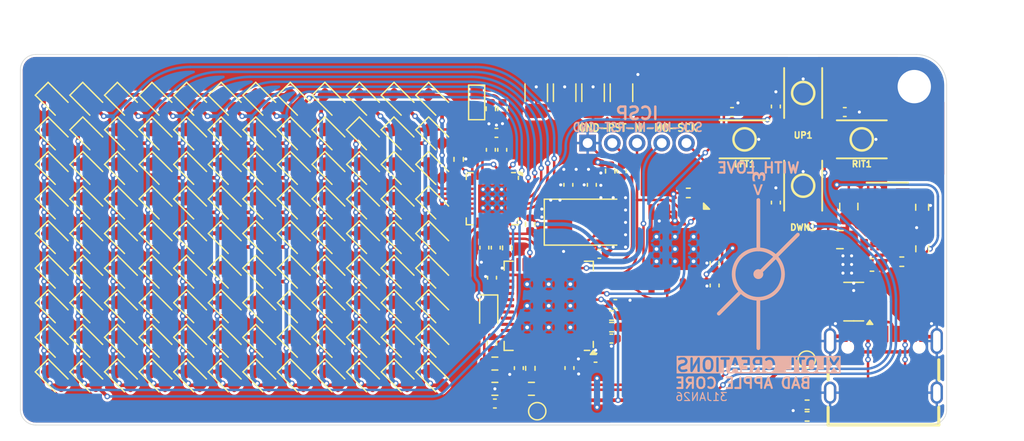
<source format=kicad_pcb>
(kicad_pcb (version 20241229) (generator "pcbnew") (generator_version "9.0")
  (title_block (title "Bad-Apple-Core"))
  (layers (0 "F.Cu" signal "SIG + 3V3") (2 "B.Cu" power "GND") (13 "F.Paste" user) (15 "B.Paste" user) (5 "F.SilkS" user "F.Silkscreen") (7 "B.SilkS" user "B.Silkscreen") (1 "F.Mask" user) (3 "B.Mask" user) (25 "Edge.Cuts" user))
  (net 0 "")
  (net 1 "GND")
  (net 2 "+3V3")
  (net 3 "ADC_VBUS")
  (net 4 "Net-(J1-CC1)")
  (net 5 "Net-(J1-CC2)")
  (net 6 "LFT1")
  (net 7 "RST")
  (net 8 "/VBUS")
  (net 9 "XTAL2")
  (net 10 "XTAL1")
  (net 11 "D_P")
  (net 12 "D_N")
  (net 13 "/DD_N")
  (net 14 "/DD_P")
  (net 17 "RIT1")
  (net 18 "UP1")
  (net 19 "DWN1")
  (net 20 "ISP_MISO")
  (net 21 "/QSPI_CS")
  (net 22 "/I2C_N")
  (net 23 "/I2C_P")
  (net 24 "ISP_MOSI")
  (net 25 "ISP_SCK")
  (net 26 "LED_ShtDwn")
  (net 27 "CB2")
  (net 28 "CB1")
  (net 29 "CB3")
  (net 30 "CB4")
  (net 31 "CB5")
  (net 32 "CB6")
  (net 33 "CB7")
  (net 34 "CB8")
  (net 35 "CB9")
  (net 36 "CA2")
  (net 37 "CA1")
  (net 38 "CA3")
  (net 39 "CA4")
  (net 40 "CA5")
  (net 41 "CA6")
  (net 42 "CA7")
  (net 43 "CA8")
  (net 44 "CA9")
  (net 45 "Net-(RED1-A)")
  (net 46 "Net-(C2-Pad1)")
  (net 47 "Net-(U4-AREF)")
  (net 48 "Net-(U4-UCAP)")
  (net 49 "Net-(U5-C_FILT)")
  (net 50 "Net-(U5-IN)")
  (net 51 "Net-(U1-EN)")
  (net 52 "Net-(U1-FB)")
  (net 53 "Net-(U4-D+)")
  (net 54 "Net-(RED1-K)")
  (net 55 "Net-(U4-D-)")
  (net 56 "Net-(U4-~{HWB}{slash}PE2)")
  (net 79 "Net-(JP1-B)")
  (net 80 "Net-(JP1-A)")
  (footprint "Capacitor_SMD:C_0402_1005Metric" (layer "F.Cu") (at 38.095022 7.718004 90)
    (property "Reference" "C17" (hide yes))
    (property "Value" "100nF")
  )
  (footprint "Capacitor_SMD:C_0402_1005Metric" (layer "F.Cu") (at 40.36 25.39 -90)
    (property "Reference" "C8" (hide yes))
    (property "Value" "100nF")
  )
  (footprint "LED_SMD:LED_0603_1608Metric" (layer "F.Cu") (at 30.786847 12.226847 -45)
    (property "Reference" "D47" (hide yes))
    (property "Value" "LED_Small")
  )
  (footprint "LED_SMD:LED_0603_1608Metric" (layer "F.Cu") (at 5.58 9.426847 -45)
    (property "Reference" "D26" (hide yes))
    (property "Value" "LED_Small")
  )
  (footprint "LED_SMD:LED_0603_1608Metric" (layer "F.Cu") (at 11.186847 26.226847 -45)
    (property "Reference" "D100" (hide yes))
    (property "Value" "LED_Small")
  )
  (footprint "LED_SMD:LED_0603_1608Metric" (layer "F.Cu") (at 22.386847 3.826847 -45)
    (property "Reference" "D8" (hide yes))
    (property "Value" "LED_Small")
  )
  (footprint "LED_SMD:LED_0603_1608Metric" (layer "F.Cu") (at 25.186847 6.626847 -45)
    (property "Reference" "D21" (hide yes))
    (property "Value" "LED_Small")
  )
  (footprint "Resistor_SMD:R_0402_1005Metric" (layer "F.Cu") (at 63.7 28.36 180)
    (property "Reference" "R4" (hide yes))
    (property "Value" "5.1K")
  )
  (footprint "Capacitor_SMD:C_0402_1005Metric" (layer "F.Cu") (at 46.57 24.55387)
    (property "Reference" "C10" (hide yes))
    (property "Value" "1uF")
  )
  (footprint "LED_SMD:LED_0603_1608Metric" (layer "F.Cu") (at 2.78 17.826847 -45)
    (property "Reference" "D61" (hide yes))
    (property "Value" "LED_Small")
  )
  (footprint "Capacitor_SMD:C_0402_1005Metric" (layer "F.Cu") (at 38.19 18.075 90)
    (property "Reference" "C11" (hide yes))
    (property "Value" "1uF")
  )
  (footprint "RP2350-BadApple:PushButton_4x3mm_Custom" (layer "F.Cu") (at 68.125 6.87 180)
    (property "Reference" "RIT1")
    (property "Value" "SW_Push")
  )
  (footprint "Capacitor_SMD:C_0805_2012Metric" (layer "F.Cu") (at 66.356 14.986001)
    (property "Reference" "C3" (hide yes))
    (property "Value" "22uF")
  )
  (footprint "Capacitor_SMD:C_0805_2012Metric" (layer "F.Cu") (at 67.076 12.306001 -90)
    (property "Reference" "C4" (hide yes))
    (property "Value" "22uF")
  )
  (footprint "LED_SMD:LED_0603_1608Metric" (layer "F.Cu") (at 2.78 23.426847 -45)
    (property "Reference" "D85" (hide yes))
    (property "Value" "LED_Small")
  )
  (footprint "LED_SMD:LED_0603_1608Metric" (layer "F.Cu") (at 33.586847 6.625811 -45)
    (property "Reference" "D24" (hide yes))
    (property "Value" "LED_Small")
  )
  (footprint "LED_SMD:LED_0603_1608Metric" (layer "F.Cu") (at 2.78 20.626847 -45)
    (property "Reference" "D73" (hide yes))
    (property "Value" "LED_Small")
  )
  (footprint "LED_SMD:LED_0603_1608Metric" (layer "F.Cu") (at 22.383197 20.626847 -45)
    (property "Reference" "D80" (hide yes))
    (property "Value" "LED_Small")
  )
  (footprint "RP2350-BadApple:USB-C_Custom" (layer "F.Cu") (at 69.88 25)
    (property "Reference" "J1" (hide yes))
    (property "Value" "USB_C_Receptacle_USB2.0_14P")
  )
  (footprint "LED_SMD:LED_0603_1608Metric" (layer "F.Cu") (at 11.186847 3.826847 -45)
    (property "Reference" "D4" (hide yes))
    (property "Value" "LED_Small")
  )
  (footprint "LED_SMD:LED_0603_1608Metric" (layer "F.Cu") (at 13.986847 20.626847 -45)
    (property "Reference" "D77" (hide yes))
    (property "Value" "LED_Small")
  )
  (footprint "RP2350-BadApple:PushButton_4x3mm_Custom" (layer "F.Cu") (at 58.635 6.87 180)
    (property "Reference" "LFT1")
    (property "Value" "SW_Push")
  )
  (footprint "MPM3610GQV-Z:QFN3p0x5p0x1p6_MPM3610_MNP" (layer "F.Cu") (at 70.19 13.056 180)
    (property "Reference" "U1" (hide yes))
    (property "Value" "MPM3610GQV-Z")
  )
  (footprint "LED_SMD:LED_0603_1608Metric" (layer "F.Cu") (at 16.790811 6.626847 -45)
    (property "Reference" "D18" (hide yes))
    (property "Value" "LED_Small")
  )
  (footprint "Crystal:Crystal_SMD_5032-2Pin_5.0x3.2mm" (layer "F.Cu") (at 45.53 13.57387)
    (property "Reference" "XTAL1" (hide yes))
    (property "Value" "Crystal")
  )
  (footprint "LED_SMD:LED_0603_1608Metric" (layer "F.Cu") (at 11.190811 6.626847 -45)
    (property "Reference" "D16" (hide yes))
    (property "Value" "LED_Small")
  )
  (footprint "LED_SMD:LED_0603_1608Metric" (layer "F.Cu") (at 8.386847 20.626847 -45)
    (property "Reference" "D75" (hide yes))
    (property "Value" "LED_Small")
  )
  (footprint "LED_SMD:LED_0603_1608Metric" (layer "F.Cu") (at 25.186847 23.426847 -45)
    (property "Reference" "D93" (hide yes))
    (property "Value" "LED_Small")
  )
  (footprint "LED_SMD:LED_0603_1608Metric" (layer "F.Cu") (at 33.586847 17.826847 -45)
    (property "Reference" "D72" (hide yes))
    (property "Value" "LED_Small")
  )
  (footprint "LED_SMD:LED_0603_1608Metric" (layer "F.Cu") (at 30.786847 15.026847 -45)
    (property "Reference" "D59" (hide yes))
    (property "Value" "LED_Small")
  )
  (footprint "LED_SMD:LED_0603_1608Metric" (layer "F.Cu") (at 19.586847 20.626847 -45)
    (property "Reference" "D79" (hide yes))
    (property "Value" "LED_Small")
  )
  (footprint "LED_SMD:LED_0603_1608Metric" (layer "F.Cu") (at 8.386847 23.426847 -45)
    (property "Reference" "D87" (hide yes))
    (property "Value" "LED_Small")
  )
  (footprint "Resistor_SMD:R_0402_1005Metric" (layer "F.Cu") (at 41.28 13.74 -90)
    (property "Reference" "R12" (hide yes))
    (property "Value" "4K7")
  )
  (footprint "Capacitor_SMD:C_0402_1005Metric" (layer "F.Cu") (at 56.21 18.7 -90)
    (property "Reference" "C15" (hide yes))
    (property "Value" "100nF")
  )
  (footprint "LED_SMD:LED_0603_1608Metric" (layer "F.Cu") (at 25.186847 20.626847 -45)
    (property "Reference" "D81" (hide yes))
    (property "Value" "LED_Small")
  )
  (footprint "Capacitor_SMD:C_0402_1005Metric" (layer "F.Cu") (at 66.75 4.66)
    (property "Reference" "C13" (hide yes))
    (property "Value" "100nF")
  )
  (footprint "LED_SMD:LED_0603_1608Metric" (layer "F.Cu") (at 25.186847 26.226847 -45)
    (property "Reference" "D105" (hide yes))
    (property "Value" "LED_Small")
  )
  (footprint "LED_SMD:LED_0603_1608Metric" (layer "F.Cu") (at 25.186847 17.826847 -45)
    (property "Reference" "D69" (hide yes))
    (property "Value" "LED_Small")
  )
  (footprint "LED_SMD:LED_0603_1608Metric" (layer "F.Cu") (at 11.186847 9.426847 -45)
    (property "Reference" "D28" (hide yes))
    (property "Value" "LED_Small")
  )
  (footprint "LED_SMD:LED_0603_1608Metric" (layer "F.Cu") (at 30.786847 17.826847 -45)
    (property "Reference" "D71" (hide yes))
    (property "Value" "LED_Small")
  )
  (footprint "Capacitor_SMD:C_0402_1005Metric" (layer "F.Cu") (at 56.21 16.88 90)
    (property "Reference" "C16" (hide yes))
    (property "Value" "4u7")
  )
  (footprint "Capacitor_SMD:C_0402_1005Metric" (layer "F.Cu") (at 44.37 10.55387 90)
    (property "Reference" "C27" (hide yes))
    (property "Value" "33pF")
  )
  (footprint "Resistor_SMD:R_0603_1608Metric" (layer "F.Cu") (at 73.014 12.371 90)
    (property "Reference" "R8" (hide yes))
    (property "Value" "24K")
  )
  (footprint "Capacitor_SMD:C_0603_1608Metric" (layer "F.Cu") (at 68.949 17.036 180)
    (property "Reference" "C1" (hide yes))
    (property "Value" "10uF")
  )
  (footprint "LED_SMD:LED_0603_1608Metric" (layer "F.Cu") (at 27.986847 15.026847 -45)
    (property "Reference" "D58" (hide yes))
    (property "Value" "LED_Small")
  )
  (footprint "LED_SMD:LED_0603_1608Metric" (layer "F.Cu") (at 22.383197 23.426847 -45)
    (property "Reference" "D92" (hide yes))
    (property "Value" "LED_Small")
  )
  (footprint "LED_SMD:LED_0603_1608Metric" (layer "F.Cu") (at 5.583964 6.626847 -45)
    (property "Reference" "D14" (hide yes))
    (property "Value" "LED_Small")
  )
  (footprint "LED_SMD:LED_0603_1608Metric" (layer "F.Cu") (at 27.986847 17.826847 -45)
    (property "Reference" "D70" (hide yes))
    (property "Value" "LED_Small")
  )
  (footprint "LED_SMD:LED_0603_1608Metric" (layer "F.Cu") (at 25.186847 12.226847 -45)
    (property "Reference" "D45" (hide yes))
    (property "Value" "LED_Small")
  )
  (footprint "LED_SMD:LED_0603_1608Metric" (layer "F.Cu") (at 13.986847 17.826847 -45)
    (property "Reference" "D65" (hide yes))
    (property "Value" "LED_Small")
  )
  (footprint "LED_SMD:LED_0603_1608Metric" (layer "F.Cu") (at 37.92 20.95637 -90)
    (property "Reference" "RED1" (hide yes))
    (property "Value" "LED")
  )
  (footprint "LED_SMD:LED_0603_1608Metric" (layer "F.Cu") (at 5.58 26.226847 -45)
    (property "Reference" "D98" (hide yes))
    (property "Value" "LED_Small")
  )
  (footprint "LED_SMD:LED_0603_1608Metric" (layer "F.Cu") (at 19.590811 6.626847 -45)
    (property "Reference" "D19" (hide yes))
    (property "Value" "LED_Small")
  )
  (footprint "LED_SMD:LED_0603_1608Metric" (layer "F.Cu") (at 30.776847 6.625811 -45)
    (property "Reference" "D23" (hide yes))
    (property "Value" "LED_Small")
  )
  (footprint "Resistor_SMD:R_0402_1005Metric" (layer "F.Cu") (at 39.035022 4.390001 -90)
    (property "Reference" "R24" (hide yes))
    (property "Value" "20K")
  )
  (footprint "Resistor_SMD:R_0402_1005Metric" (layer "F.Cu") (at 35.49 8.49 90)
    (property "Reference" "R19" (hide yes))
    (property "Value" "100K")
  )
  (footprint "Capacitor_SMD:C_0402_1005Metric" (layer "F.Cu") (at 38.49 15.64 -90)
    (property "Reference" "C29" (hide yes))
    (property "Value" "220nF")
  )
  (footprint "LED_SMD:LED_0603_1608Metric" (layer "F.Cu") (at 30.786847 26.226847 -45)
    (property "Reference" "D107" (hide yes))
    (property "Value" "LED_Small")
  )
  (footprint "LED_SMD:LED_0603_1608Metric" (layer "F.Cu") (at 16.786847 17.826847 -45)
    (property "Reference" "D66" (hide yes))
    (property "Value" "LED_Small")
  )
  (footprint "LED_SMD:LED_0603_1608Metric" (layer "F.Cu") (at 16.786847 15.026847 -45)
    (property "Reference" "D54" (hide yes))
    (property "Value" "LED_Small")
  )
  (footprint "LED_SMD:LED_0603_1608Metric" (layer "F.Cu") (at 33.586847 15.026847 -45)
    (property "Reference" "D60" (hide yes))
    (property "Value" "LED_Small")
  )
  (footprint "Resistor_SMD:R_0402_1005Metric" (layer "F.Cu") (at 47.76 9.44 90)
    (property "Reference" "R10" (hide yes))
    (property "Value" "10K")
  )
  (footprint "LED_SMD:LED_0603_1608Metric" (layer "F.Cu") (at 27.986847 3.826847 -45)
    (property "Reference" "D10" (hide yes))
    (property "Value" "LED_Small")
  )
  (footprint "LED_SMD:LED_0603_1608Metric" (layer "F.Cu") (at 13.986847 12.226847 -45)
    (property "Reference" "D41" (hide yes))
    (property "Value" "LED_Small")
  )
  (footprint "LED_SMD:LED_0603_1608Metric" (layer "F.Cu") (at 19.586847 3.826847 -45)
    (property "Reference" "D7" (hide yes))
    (property "Value" "LED_Small")
  )
  (footprint "LED_SMD:LED_0603_1608Metric" (layer "F.Cu") (at 11.186847 23.426847 -45)
    (property "Reference" "D88" (hide yes))
    (property "Value" "LED_Small")
  )
  (footprint "Capacitor_SMD:C_1206_3216Metric" (layer "F.Cu") (at 41.77 3.095 90)
    (property "Reference" "C20" (hide yes))
    (property "Value" "100u")
  )
  (footprint "Resistor_SMD:R_0402_1005Metric" (layer "F.Cu") (at 38.18 23.36387 90)
    (property "Reference" "R23" (hide yes))
    (property "Value" "10K")
  )
  (footprint "LED_SMD:LED_0603_1608Metric" (layer "F.Cu") (at 5.58 17.826847 -45)
    (property "Reference" "D62" (hide yes))
    (property "Value" "LED_Small")
  )
  (footprint "Jumper:SolderJumper-2_P1.3mm_Open_Pad1.0x1.5mm" (layer "F.Cu") (at 36.945022 3.88 -90)
    (property "Reference" "JP1" (hide yes))
    (property "Value" "SolderJumper_2_Open")
  )
  (footprint "Capacitor_SMD:C_1206_3216Metric" (layer "F.Cu") (at 44.07 3.095 90)
    (property "Reference" "C21" (hide yes))
    (property "Value" "100u")
  )
  (footprint "LED_SMD:LED_0603_1608Metric" (layer "F.Cu") (at 8.386847 3.826847 -45)
    (property "Reference" "D3" (hide yes))
    (property "Value" "LED_Small")
  )
  (footprint "LED_SMD:LED_0603_1608Metric" (layer "F.Cu") (at 19.586847 23.426847 -45)
    (property "Reference" "D91" (hide yes))
    (property "Value" "LED_Small")
  )
  (footprint "Capacitor_SMD:C_1206_3216Metric" (layer "F.Cu") (at 46.37 3.095 90)
    (property "Reference" "C22" (hide yes))
    (property "Value" "100u")
  )
  (footprint "Resistor_SMD:R_0402_1005Metric" (layer "F.Cu") (at 47.87 21.13387)
    (property "Reference" "R11" (hide yes))
    (property "Value" "22")
  )
  (footprint "LED_SMD:LED_0603_1608Metric" (layer "F.Cu") (at 30.786847 20.626847 -45)
    (property "Reference" "D83" (hide yes))
    (property "Value" "LED_Small")
  )
  (footprint "LED_SMD:LED_0603_1608Metric" (layer "F.Cu") (at 5.58 12.226847 -45)
    (property "Reference" "D38" (hide yes))
    (property "Value" "LED_Small")
  )
  (footprint "Resistor_SMD:R_0402_1005Metric" (layer "F.Cu") (at 47.87 22.07387)
    (property "Reference" "R14" (hide yes))
    (property "Value" "22")
  )
  (footprint "LED_SMD:LED_0603_1608Metric" (layer "F.Cu") (at 16.786847 20.626847 -45)
    (property "Reference" "D78" (hide yes))
    (property "Value" "LED_Small")
  )
  (footprint "LED_SMD:LED_0603_1608Metric" (layer "F.Cu") (at 13.986847 23.426847 -45)
    (property "Reference" "D89" (hide yes))
    (property "Value" "LED_Small")
  )
  (footprint "Capacitor_SMD:C_1206_3216Metric" (layer "F.Cu") (at 48.67 3.095 90)
    (property "Reference" "C23" (hide yes))
    (property "Value" "100u")
  )
  (footprint "LED_SMD:LED_0603_1608Metric" (layer "F.Cu") (at 19.586847 26.226847 -45)
    (property "Reference" "D103" (hide yes))
    (property "Value" "LED_Small")
  )
  (footprint "LED_SMD:LED_0603_1608Metric" (layer "F.Cu") (at 27.986847 26.226847 -45)
    (property "Reference" "D106" (hide yes))
    (property "Value" "LED_Small")
  )
  (footprint "LED_SMD:LED_0603_1608Metric" (layer "F.Cu") (at 2.78 3.826847 -45)
    (property "Reference" "D1" (hide yes))
    (property "Value" "LED_Small")
  )
  (footprint "TestPoint:TestPoint_Pad_D1.0mm" (layer "F.Cu") (at 41.85 28.88)
    (property "Reference" "3V1" (hide yes))
    (property "Value" "TestPoint")
  )
  (footprint "LED_SMD:LED_0603_1608Metric" (layer "F.Cu") (at 30.786847 3.826847 -45)
    (property "Reference" "D11" (hide yes))
    (property "Value" "LED_Small")
  )
  (footprint "Resistor_SMD:R_0402_1005Metric" (layer "F.Cu") (at 54.08 11.21 180)
    (property "Reference" "R9" (hide yes))
    (property "Value" "10K")
  )
  (footprint "LED_SMD:LED_0603_1608Metric" (layer "F.Cu") (at 13.986847 26.226847 -45)
    (property "Reference" "D101" (hide yes))
    (property "Value" "LED_Small")
  )
  (footprint "LED_SMD:LED_0603_1608Metric" (layer "F.Cu") (at 25.186847 9.426847 -45)
    (property "Reference" "D33" (hide yes))
    (property "Value" "LED_Small")
  )
  (footprint "Resistor_SMD:R_0603_1608Metric" (layer "F.Cu") (at 38.42 25.02387)
    (property "Reference" "R18" (hide yes))
    (property "Value" "75")
  )
  (footprint "LED_SMD:LED_0603_1608Metric" (layer "F.Cu") (at 25.186847 3.826847 -45)
    (property "Reference" "D9" (hide yes))
    (property "Value" "LED_Small")
  )
  (footprint "Resistor_SMD:R_0402_1005Metric" (layer "F.Cu") (at 41.29 25.41 90)
    (property "Reference" "R5" (hide yes))
    (property "Value" "1K")
  )
  (footprint "LED_SMD:LED_0603_1608Metric" (layer "F.Cu") (at 22.383197 26.226847 -45)
    (property "Reference" "D104" (hide yes))
    (property "Value" "LED_Small")
  )
  (footprint "LED_SMD:LED_0603_1608Metric" (layer "F.Cu") (at 8.386847 17.826847 -45)
    (property "Reference" "D63" (hide yes))
    (property "Value" "LED_Small")
  )
  (footprint "LED_SMD:LED_0603_1608Metric" (layer "F.Cu") (at 16.786847 12.226847 -45)
    (property "Reference" "D42" (hide yes))
    (property "Value" "LED_Small")
  )
  (footprint "LED_SMD:LED_0603_1608Metric" (layer "F.Cu") (at 27.976847 6.625811 -45)
    (property "Reference" "D22" (hide yes))
    (property "Value" "LED_Small")
  )
  (footprint "LED_SMD:LED_0603_1608Metric" (layer "F.Cu") (at 2.78 15.026847 -45)
    (property "Reference" "D49" (hide yes))
    (property "Value" "LED_Small")
  )
  (footprint "LED_SMD:LED_0603_1608Metric" (layer "F.Cu") (at 33.586847 3.826847 -45)
    (property "Reference" "D12" (hide yes))
    (property "Value" "LED_Small")
  )
  (footprint "LED_SMD:LED_0603_1608Metric" (layer "F.Cu") (at 13.986847 9.426847 -45)
    (property "Reference" "D29" (hide yes))
    (property "Value" "LED_Small")
  )
  (footprint "LED_SMD:LED_0603_1608Metric" (layer "F.Cu") (at 19.586847 12.226847 -45)
    (property "Reference" "D43" (hide yes))
    (property "Value" "LED_Small")
  )
  (footprint "LED_SMD:LED_0603_1608Metric" (layer "F.Cu") (at 33.586847 20.626847 -45)
    (property "Reference" "D84" (hide yes))
    (property "Value" "LED_Small")
  )
  (footprint "LED_SMD:LED_0603_1608Metric" (layer "F.Cu") (at 16.786847 3.826847 -45)
    (property "Reference" "D6" (hide yes))
    (property "Value" "LED_Small")
  )
  (footprint "LED_SMD:LED_0603_1608Metric" (layer "F.Cu") (at 13.986847 3.826847 -45)
    (property "Reference" "D5" (hide yes))
    (property "Value" "LED_Small")
  )
  (footprint "LED_SMD:LED_0603_1608Metric" (layer "F.Cu") (at 27.993355 23.427727 -45)
    (property "Reference" "D94" (hide yes))
    (property "Value" "LED_Small")
  )
  (footprint "Capacitor_SMD:C_0402_1005Metric" (layer "F.Cu") (at 37.57 15.64 -90)
    (property "Reference" "C28" (hide yes))
    (property "Value" "100nF")
  )
  (footprint "LED_SMD:LED_0603_1608Metric" (layer "F.Cu") (at 2.78 6.626847 -45)
    (property "Reference" "D13" (hide yes))
    (property "Value" "LED_Small")
  )
  (footprint "LED_SMD:LED_0603_1608Metric" (layer "F.Cu") (at 22.383197 17.826847 -45)
    (property "Reference" "D68" (hide yes))
    (property "Value" "LED_Small")
  )
  (footprint "LED_SMD:LED_0603_1608Metric" (layer "F.Cu") (at 11.186847 17.826847 -45)
    (property "Reference" "D64" (hide yes))
    (property "Value" "LED_Small")
  )
  (footprint "LED_SMD:LED_0603_1608Metric" (layer "F.Cu") (at 33.586847 9.426847 -45)
    (property "Reference" "D36" (hide yes))
    (property "Value" "LED_Small")
  )
  (footprint "LED_SMD:LED_0603_1608Metric" (layer "F.Cu") (at 25.186847 15.026847 -45)
    (property "Reference" "D57" (hide yes))
    (property "Value" "LED_Small")
  )
  (footprint "LED_SMD:LED_0603_1608Metric" (layer "F.Cu") (at 5.58 3.826847 -45)
    (property "Reference" "D2" (hide yes))
    (property "Value" "LED_Small")
  )
  (footprint "LED_SMD:LED_0603_1608Metric" (layer "F.Cu") (at 8.390811 6.626847 -45)
    (property "Reference" "D15" (hide yes))
    (property "Value" "LED_Small")
  )
  (footprint "LED_SMD:LED_0603_1608Metric" (layer "F.Cu") (at 8.386847 26.226847 -45)
    (property "Reference" "D99" (hide yes))
    (property "Value" "LED_Small")
  )
  (footprint "RP2350-BadApple:PushButton_4x3mm_Custom" (layer "F.Cu") (at 63.38 3.12 -90)
    (property "Reference" "UP1")
    (property "Value" "SW_Push")
  )
  (footprint "LED_SMD:LED_0603_1608Metric" (layer "F.Cu") (at 16.786847 23.426847 -45)
    (property "Reference" "D90" (hide yes))
    (property "Value" "LED_Small")
  )
  (footprint "Capacitor_SMD:C_0402_1005Metric" (layer "F.Cu") (at 57.62 4.66)
    (property "Reference" "C12" (hide yes))
    (property "Value" "100nF")
  )
  (footprint "LED_SMD:LED_0603_1608Metric" (layer "F.Cu") (at 22.387161 6.626847 -45)
    (property "Reference" "D20" (hide yes))
    (property "Value" "LED_Small")
  )
  (footprint "Capacitor_SMD:C_0402_1005Metric" (layer "F.Cu") (at 38.545022 6.35 180)
    (property "Reference" "C19" (hide yes))
    (property "Value" "1uF")
  )
  (footprint "LED_SMD:LED_0603_1608Metric" (layer "F.Cu") (at 2.78 26.226847 -45)
    (property "Reference" "D97" (hide yes))
    (property "Value" "LED_Small")
  )
  (footprint "LED_SMD:LED_0603_1608Metric" (layer "F.Cu") (at 13.986847 15.026847 -45)
    (property "Reference" "D53" (hide yes))
    (property "Value" "LED_Small")
  )
  (footprint "LED_SMD:LED_0603_1608Metric" (layer "F.Cu") (at 30.796847 23.426847 -45)
    (property "Reference" "D95" (hide yes))
    (property "Value" "LED_Small")
  )
  (footprint "LED_SMD:LED_0603_1608Metric" (layer "F.Cu") (at 27.986847 9.426847 -45)
    (property "Reference" "D34" (hide yes))
    (property "Value" "LED_Small")
  )
  (footprint "Connector_PinHeader_2.00mm:PinHeader_1x05_P2.00mm_Vertical" (layer "F.Cu") (at 45.93 7.17 90)
    (property "Reference" "ISP1" (hide yes))
    (property "Value" "Conn_01x05")
  )
  (footprint "LED_SMD:LED_0603_1608Metric" (layer "F.Cu") (at 5.58 23.426847 -45)
    (property "Reference" "D86" (hide yes))
    (property "Value" "LED_Small")
  )
  (footprint "LED_SMD:LED_0603_1608Metric" (layer "F.Cu") (at 5.58 20.626847 -45)
    (property "Reference" "D74" (hide yes))
    (property "Value" "LED_Small")
  )
  (footprint "Resistor_SMD:R_0402_1005Metric" (layer "F.Cu") (at 63.7 29.3)
    (property "Reference" "R1" (hide yes))
    (property "Value" "5.1K")
  )
  (footprint "Package_TO_SOT_SMD:SOT-23-6" (layer "F.Cu") (at 67.4725 20.01 180)
    (property "Reference" "U2" (hide yes))
    (property "Value" "USBLC6-2SC6")
  )
  (footprint "LED_SMD:LED_0603_1608Metric" (layer "F.Cu") (at 19.586847 9.426847 -45)
    (property "Reference" "D31" (hide yes))
    (property "Value" "LED_Small")
  )
  (footprint "Capacitor_SMD:C_0402_1005Metric" (layer "F.Cu") (at 39.015022 7.718004 90)
    (property "Reference" "C18" (hide yes))
    (property "Value" "100nF")
  )
  (footprint "Package_DFN_QFN:QFN-28-1EP_4x4mm_P0.4mm_EP2.3x2.3mm" (layer "F.Cu") (at 38.212522 11.674 -90)
    (property "Reference" "U5" (hide yes))
    (property "Value" "IS31FL3731-QF")
  )
  (footprint "LED_SMD:LED_0603_1608Metric" (layer "F.Cu") (at 13.990811 6.626847 -45)
    (property "Reference" "D17" (hide yes))
    (property "Value" "LED_Small")
  )
  (footprint "Package_SON:WSON-8-1EP_6x5mm_P1.27mm_EP3.4x4.3mm" (layer "F.Cu") (at 53.005 15.75 -90)
    (property "Reference" "U3" (hide yes))
    (property "Value" "W25Q128JVP")
  )
  (footprint "LED_SMD:LED_0603_1608Metric" (layer "F.Cu") (at 16.786847 26.226847 -45)
    (property "Reference" "D102" (hide yes))
    (property "Value" "LED_Small")
  )
  (footprint "Resistor_SMD:R_0402_1005Metric" (layer "F.Cu") (at 39.42 15.66 90)
    (property "Reference" "R13" (hide yes))
    (property "Value" "4K7")
  )
  (footprint "RP2350-BadApple:PushButton_4x3mm_Custom" (layer "F.Cu") (at 63.38 10.62 90)
    (property "Reference" "DWN1")
    (property "Value" "SW_Push")
  )
  (footprint "LED_SMD:LED_0603_1608Metric" (layer "F.Cu") (at 11.186847 15.026847 -45)
    (property "Reference" "D52" (hide yes))
    (property "Value" "LED_Small")
  )
  (footprint "Capacitor_SMD:C_0402_1005Metric" (layer "F.Cu") (at 46.27 10.55387 90)
    (property "Reference" "C26" (hide yes))
    (property "Value" "33pF")
  )
  (footprint "LED_SMD:LED_0603_1608Metric" (layer "F.Cu") (at 2.78 12.226847 -45)
    (property "Reference" "D37" (hide yes))
    (property "Value" "LED_Small")
  )
  (footprint "LED_SMD:LED_0603_1608Metric" (layer "F.Cu") (at 22.383197 15.026847 -45)
    (property "Reference" "D56" (hide yes))
    (property "Value" "LED_Small")
  )
  (footprint "LED_SMD:LED_0603_1608Metric" (layer "F.Cu") (at 19.586847 17.826847 -45)
    (property "Reference" "D67" (hide yes))
    (property "Value" "LED_Small")
  )
  (footprint "LED_SMD:LED_0603_1608Metric" (layer "F.Cu") (at 30.786847 9.426847 -45)
    (property "Reference" "D35" (hide yes))
    (property "Value" "LED_Small")
  )
  (footprint "LED_SMD:LED_0603_1608Metric" (layer "F.Cu") (at 33.586847 12.226847 -45)
    (property "Reference" "D48" (hide yes))
    (property "Value" "LED_Small")
  )
  (footprint "LED_SMD:LED_0603_1608Metric" (layer "F.Cu") (at 2.78 9.426847 -45)
    (property "Reference" "D25" (hide yes))
    (property "Value" "LED_Small")
  )
  (footprint "TestPoint:TestPoint_Pad_D1.0mm" (layer "F.Cu") (at 63.67 24.71)
    (property "Reference" "VBUS1" (hide yes))
    (property "Value" "TestPoint")
  )
  (footprint "Resistor_SMD:R_0402_1005Metric" (layer "F.Cu") (at 71.364 16.776 180)
    (property "Reference" "R2" (hide yes))
    (property "Value" "100K")
  )
  (footprint "Capacitor_SMD:C_0402_1005Metric" (layer "F.Cu") (at 61.17 4.21 90)
    (property "Reference" "C5" (hide yes))
    (property "Value" "100nF")
  )
  (footprint "MountingHole:MountingHole_2.7mm_M2.5_DIN965_Pad" (layer "F.Cu") (at 72.375 2.6)
    (property "Reference" "H1" (hide yes))
    (property "Value" "MountingHole_Pad")
  )
  (footprint "LED_SMD:LED_0603_1608Metric" (layer "F.Cu") (at 16.786847 9.426847 -45)
    (property "Reference" "D30" (hide yes))
    (property "Value" "LED_Small")
  )
  (footprint "Resistor_SMD:R_0402_1005Metric" (layer "F.Cu") (at 38.095022 4.390001 -90)
    (property "Reference" "R25" (hide yes))
    (property "Value" "20K")
  )
  (footprint "LED_SMD:LED_0603_1608Metric" (layer "F.Cu") (at 11.186847 20.626847 -45)
    (property "Reference" "D76" (hide yes))
    (property "Value" "LED_Small")
  )
  (footprint "LED_SMD:LED_0603_1608Metric" (layer "F.Cu") (at 8.386847 9.426847 -45)
    (property "Reference" "D27" (hide yes))
    (property "Value" "LED_Small")
  )
  (footprint "LED_SMD:LED_0603_1608Metric" (layer "F.Cu") (at 22.383197 9.426847 -45)
    (property "Reference" "D32" (hide yes))
    (property "Value" "LED_Small")
  )
  (footprint "Capacitor_SMD:C_0402_1005Metric" (layer "F.Cu") (at 44.46 25.38387 -90)
    (property "Reference" "C24" (hide yes))
    (property "Value" "100nF")
  )
  (footprint "LED_SMD:LED_0603_1608Metric" (layer "F.Cu") (at 11.186847 12.226847 -45)
    (property "Reference" "D40" (hide yes))
    (property "Value" "LED_Small")
  )
  (footprint "LED_SMD:LED_0603_1608Metric" (layer "F.Cu") (at 8.386847 12.226847 -45)
    (property "Reference" "D39" (hide yes))
    (property "Value" "LED_Small")
  )
  (footprint "LED_SMD:LED_0603_1608Metric" (layer "F.Cu") (at 8.386847 15.026847 -45)
    (property "Reference" "D51" (hide yes))
    (property "Value" "LED_Small")
  )
  (footprint "Resistor_SMD:R_0603_1608Metric" (layer "F.Cu") (at 38.42 27.07 180)
    (property "Reference" "R7" (hide yes))
    (property "Value" "10K")
  )
  (footprint "LED_SMD:LED_0603_1608Metric" (layer "F.Cu") (at 33.596847 23.426847 -45)
    (property "Reference" "D96" (hide yes))
    (property "Value" "LED_Small")
  )
  (footprint "Resistor_SMD:R_0603_1608Metric" (layer "F.Cu") (at 41.38 27.07 180)
    (property "Reference" "R3" (hide yes))
    (property "Value" "5K6")
  )
  (footprint "Capacitor_SMD:C_0402_1005Metric" (layer "F.Cu") (at 48.17 20.20387)
    (property "Reference" "C25" (hide yes))
    (property "Value" "1uF")
  )
  (footprint "LED_SMD:LED_0603_1608Metric" (layer "F.Cu") (at 19.586847 15.026847 -45)
    (property "Reference" "D55" (hide yes))
    (property "Value" "LED_Small")
  )
  (footprint "LED_SMD:LED_0603_1608Metric" (layer "F.Cu") (at 27.986847 20.626847 -45)
    (property "Reference" "D82" (hide yes))
    (property "Value" "LED_Small")
  )
  (footprint "LED_SMD:LED_0603_1608Metric" (layer "F.Cu") (at 5.58 15.026847 -45)
    (property "Reference" "D50" (hide yes))
    (property "Value" "LED_Small")
  )
  (footprint "Capacitor_SMD:C_0402_1005Metric" (layer "F.Cu") (at 47.85 23)
    (property "Reference" "C7" (hide yes))
    (property "Value" "100nF")
  )
  (footprint "LED_SMD:LED_0603_1608Metric" (layer "F.Cu") (at 22.383197 12.226847 -45)
    (property "Reference" "D44" (hide yes))
    (property "Value" "LED_Small")
  )
  (footprint "Capacitor_SMD:C_0402_1005Metric" (layer "F.Cu") (at 48.69 9.46 90)
    (property "Reference" "C14" (hide yes))
    (property "Value" "100nF")
  )
  (footprint "LED_SMD:LED_0603_1608Metric" (layer "F.Cu") (at 27.986847 12.226847 -45)
    (property "Reference" "D46" (hide yes))
    (property "Value" "LED_Small")
  )
  (footprint "Capacitor_SMD:C_0402_1005Metric" (layer "F.Cu") (at 46.88 16.13387)
    (property "Reference" "C9" (hide yes))
    (property "Value" "100nF")
  )
  (footprint "Capacitor_SMD:C_0402_1005Metric" (layer "F.Cu") (at 61.17 11.99 90)
    (property "Reference" "C6" (hide yes))
    (property "Value" "100nF")
  )
  (footprint "Capacitor_SMD:C_0402_1005Metric" (layer "F.Cu") (at 38.42 28.26 180)
    (property "Reference" "C2" (hide yes))
    (property "Value" "100nF")
  )
  (footprint "LED_SMD:LED_0603_1608Metric" (layer "F.Cu") (at 33.586847 26.226847 -45)
    (property "Reference" "D108" (hide yes))
    (property "Value" "LED_Small")
  )
  (footprint "Resistor_SMD:R_0603_1608Metric" (layer "F.Cu") (at 73.024 15.731 90)
    (property "Reference" "R6" (hide yes))
    (property "Value" "75K")
  )
  (footprint "Package_DFN_QFN:QFN-44-1EP_7x7mm_P0.5mm_EP5.2x5.2mm" (layer "F.Cu") (at 42.779529 20.3475 180)
    (property "Reference" "U4" (hide yes))
    (property "Value" "ATmega32U4-M")
  )
  (footprint "XLOTL Creations:XLOTL Creations" (layer "B.Cu") (at 59.75 17.78 180)
    (property "Reference" "XLOTL CREATIONS")
    (property "Value" "XLOTL Creations" (hide yes))
  )
  (gr_line (start -0.000001 1.249998) (end -0.000001 28.750002) (stroke (width 0.05)) (layer "Edge.Cuts"))
  (gr_line (start 72.55 0) (end 1.25 0) (stroke (width 0.05)) (layer "Edge.Cuts"))
  (gr_arc (start 72.55 0) (mid 74.276611 0.723389) (end 75 2.45) (stroke (width 0.05)) (layer "Edge.Cuts"))
  (gr_line (start 1.25 30.000002) (end 73.75 30.000002) (stroke (width 0.05)) (layer "Edge.Cuts"))
  (gr_arc (start 1.249998 30.000002) (mid 0.366115 29.633885) (end -0.000002 28.750002) (stroke (width 0.05)) (layer "Edge.Cuts"))
  (gr_arc (start 75.000002 28.750004) (mid 74.633885 29.633887) (end 73.750002 30.000004) (stroke (width 0.05)) (layer "Edge.Cuts"))
  (gr_line (start 75 28.75) (end 75 2.450121) (stroke (width 0.05)) (layer "Edge.Cuts"))
  (gr_arc (start -0.000002 1.249998) (mid 0.366115 0.366115) (end 1.249998 -0.000002) (stroke (width 0.05)) (layer "Edge.Cuts"))
  (gr_text "GND-RST-MI-MO-SCK" (at 50.02 6.29 0) (layer "F.SilkS") (effects (font (size 0.6 0.55) (thickness 0.13) (bold yes)) (justify bottom)))
  (gr_text "BAD APPLE CORE" (at 64.11 27.11 0) (layer "B.SilkS") (effects (font (size 0.85 0.85) (thickness 0.17) (bold yes)) (justify left bottom mirror)))
  (gr_text "31JAN26" (at 57.31 28.1 0) (layer "B.SilkS") (effects (font (size 0.65 0.65) (thickness 0.09)) (justify left bottom mirror)))
  (gr_text "ICSP" (at 49.93 5.35 0) (layer "B.SilkS") (effects (font (size 1 1) (thickness 0.2)) (justify bottom mirror)))
  (gr_text "SCK-MO-MI-RST-GND" (at 49.98 6.31 0) (layer "B.SilkS") (effects (font (size 0.7 0.6) (thickness 0.13) (bold yes)) (justify bottom mirror)))
  (gr_text "<3" (at 59.11 10.46 270) (layer "B.SilkS") (effects (font (size 1 1) (thickness 0.2) (bold yes)) (justify bottom mirror)))
  (gr_text "WITH LOVE" (at 59.75 9.68 0) (layer "B.SilkS") (effects (font (size 0.85 0.85) (thickness 0.17) (bold yes)) (justify bottom mirror)))
  (segment (start 56.21 16.4) (end 54.645 16.4) (width 0.2) (layer "F.Cu") (net 1))
  (segment (start 37.325 16.82) (end 37.325 16.365) (width 0.3) (layer "F.Cu") (net 1))
  (segment (start 72.566101 14.020845) (end 72.514 13.968744) (width 0.2) (layer "F.Cu") (net 1))
  (segment (start 46.27 10.07387) (end 46.127333 10.07387) (width 0.2) (layer "F.Cu") (net 1))
  (segment (start 43.7 11.78) (end 43.7 10.601203) (width 0.3) (layer "F.Cu") (net 1))
  (segment (start 39.01 17.29387) (end 39.01 17.847262) (width 0.2) (layer "F.Cu") (net 1))
  (segment (start 38.085022 6.35) (end 38.065022 6.35) (width 0.2) (layer "F.Cu") (net 1))
  (segment (start 46.127333 10.07387) (end 45.648417 10.552786) (width 0.2) (layer "F.Cu") (net 1))
  (segment (start 61.17 11.51) (end 61.17 10.8) (width 0.2) (layer "F.Cu") (net 1))
  (segment (start 48.33 23) (end 48.33 23.143541) (width 0.2) (layer "F.Cu") (net 1))
  (segment (start 68.32 20.01) (end 68.61 20.01) (width 0.5) (layer "F.Cu") (net 1))
  (segment (start 48.69 8.98) (end 48.69 8.91966) (width 0.2) (layer "F.Cu") (net 1))
  (segment (start 40.36 25.87) (end 39.652977 25.87) (width 0.2) (layer "F.Cu") (net 1))
  (segment (start 47 11.59387) (end 48 11.59387) (width 0.3) (layer "F.Cu") (net 1))
  (segment (start 42.22 13.16) (end 42.22 12.515978) (width 0.3) (layer "F.Cu") (net 1))
  (segment (start 38.095022 7.238004) (end 38.095022 6.38) (width 0.3) (layer "F.Cu") (net 1))
  (segment (start 66.481 22.82) (end 65.939 22.82) (width 0.3) (layer "F.Cu") (net 1))
  (segment (start 38.065022 6.2) (end 38.545022 5.72) (width 0.3) (layer "F.Cu") (net 1))
  (segment (start 48.279758 8.509418) (end 48.69 8.91966) (width 0.2) (layer "F.Cu") (net 1))
  (segment (start 73.08 22.621) (end 73.08 22.48) (width 0.3) (layer "F.Cu") (net 1))
  (segment (start 55.583566 16.4) (end 55.583566 16.886126) (width 0.2) (layer "F.Cu") (net 1))
  (segment (start 43.69 11.79) (end 43.7 11.78) (width 0.3) (layer "F.Cu") (net 1))
  (segment (start 43.7 10.601203) (end 43.748417 10.552786) (width 0.3) (layer "F.Cu") (net 1))
  (segment (start 70.31 6.87) (end 69.27 6.87) (width 0.2) (layer "F.Cu") (net 1))
  (segment (start 46.37 1.62) (end 46.37 2.62) (width 0.3) (layer "F.Cu") (net 1))
  (segment (start 51.1 12.75) (end 51.1 12.85) (width 0.2) (layer "F.Cu") (net 1))
  (segment (start 46 9.3) (end 45 9.3) (width 0.3) (layer "F.Cu") (net 1))
  (segment (start 46.498332 9.3) (end 46 9.3) (width 0.3) (layer "F.Cu") (net 1))
  (segment (start 49 11.59387) (end 49 12.59387) (width 0.3) (layer "F.Cu") (net 1))
  (segment (start 38.095022 4.9) (end 39.035022 4.9) (width 0.3) (layer "F.Cu") (net 1))
  (segment (start 42.212327 12.515978) (end 42.22 12.515978) (width 0.3) (layer "F.Cu") (net 1))
  (segment (start 49 15.59387) (end 48 15.59387) (width 0.3) (layer "F.Cu") (net 1))
  (segment (start 72.514 13.894) (end 71.926 13.306) (width 0.2) (layer "F.Cu") (net 1))
  (segment (start 67.824939 19.804939) (end 67.75 19.73) (width 0.5) (layer "F.Cu") (net 1))
  (segment (start 38.044021 17.595) (end 37.667521 17.9715) (width 0.2) (layer "F.Cu") (net 1))
  (segment (start 67.47 19.05402) (end 67.470001 19.094839) (width 0.5) (layer "F.Cu") (net 1))
  (segment (start 44.37 10.07387) (end 43.748417 10.07387) (width 0.2) (layer "F.Cu") (net 1))
  (segment (start 46.853065 9.446935) (end 47 9.59387) (width 0.3) (layer "F.Cu") (net 1))
  (segment (start 39.035022 4.9) (end 39.035022 5.6) (width 0.3) (layer "F.Cu") (net 1))
  (segment (start 73.6875 12.2195) (end 73.014 11.546) (width 0.3) (layer "F.Cu") (net 1))
  (segment (start 39.015022 7.238004) (end 38.973026 7.238004) (width 0.2) (layer "F.Cu") (net 1))
  (segment (start 61.17 3.73) (end 61.17 3.02) (width 0.2) (layer "F.Cu") (net 1))
  (segment (start 41.77 1.62) (end 48.67 1.62) (width 0.5) (layer "F.Cu") (net 1))
  (segment (start 66.68 22.621) (end 66.68 22.48) (width 0.3) (layer "F.Cu") (net 1))
  (segment (start 66.68 22.48) (end 65.99 21.79) (width 0.3) (layer "F.Cu") (net 1))
  (segment (start 43.779529 16.290167) (end 43.779529 17.01) (width 0.2) (layer "F.Cu") (net 1))
  (segment (start 48.33 23.143541) (end 47.853911 23.61963) (width 0.2) (layer "F.Cu") (net 1))
  (segment (start 46.67279 7.91279) (end 45.93 7.17) (width 0.2) (layer "F.Cu") (net 1))
  (segment (start 43.748417 9.729479) (end 43.748417 10.552786) (width 0.3) (layer "F.Cu") (net 1))
  (segment (start 37.325 16.365) (end 37.57 16.12) (width 0.3) (layer "F.Cu") (net 1))
  (segment (start 71.926 13.306) (end 71.444 13.306) (width 0.2) (layer "F.Cu") (net 1))
  (segment (start 47.05 24.55387) (end 47.05 24.410236) (width 0.2) (layer "F.Cu") (net 1))
  (segment (start 72.514 13.968744) (end 72.514 13.894) (width 0.2) (layer "F.Cu") (net 1))
  (segment (start 38.065022 6.35) (end 38.065022 6.2) (width 0.3) (layer "F.Cu") (net 1))
  (segment (start 43.880665 16.046002) (end 43.981802 15.944866) (width 0.2) (layer "F.Cu") (net 1))
  (segment (start 38.212522 13.6115) (end 38.212522 12.424) (width 0.2) (layer "F.Cu") (net 1))
  (segment (start 38.973026 7.238004) (end 38.085022 6.35) (width 0.2) (layer "F.Cu") (net 1))
  (segment (start 56.21 19.18) (end 56.023498 19.18) (width 0.2) (layer "F.Cu") (net 1))
  (segment (start 47 9.59387) (end 47 10.59387) (width 0.3) (layer "F.Cu") (net 1))
  (segment (start 42.22 12.459814) (end 42.22 12.515978) (width 0.3) (layer "F.Cu") (net 1))
  (segment (start 42.94 11.79) (end 43.69 11.79) (width 0.3) (layer "F.Cu") (net 1))
  (segment (start 37.935022 6.22) (end 37.935022 5.6125) (width 0.3) (layer "F.Cu") (net 1))
  (segment (start 48.851815 20.20387) (end 48.65 20.20387) (width 0.2) (layer "F.Cu") (net 1))
  (segment (start 37.812522 9.7365) (end 37.812522 11.274) (width 0.2) (layer "F.Cu") (net 1))
  (segment (start 63.19 29.3) (end 63.19 28.36) (width 0.2) (layer "F.Cu") (net 1))
  (segment (start 66.96 14.640001) (end 66.96 13.486001) (width 0.3) (layer "F.Cu") (net 1))
  (segment (start 67.75 19.73) (end 67.721149 19.701149) (width 0.5) (layer "F.Cu") (net 1))
  (segment (start 43.874208 9.425791) (end 44 9.3) (width 0.3) (layer "F.Cu") (net 1))
  (segment (start 38.49 16.12) (end 37.57 16.12) (width 0.2) (layer "F.Cu") (net 1))
  (segment (start 63.38 0.935) (end 63.38 1.98) (width 0.2) (layer "F.Cu") (net 1))
  (segment (start 44.07 1.62) (end 44.07 2.62) (width 0.3) (layer "F.Cu") (net 1))
  (segment (start 58.1 4.66) (end 58.1 3.92) (width 0.2) (layer "F.Cu") (net 1))
  (segment (start 38.095022 6.38) (end 38.065022 6.35) (width 0.2) (layer "F.Cu") (net 1))
  (segment (start 47 10.59387) (end 47 11.59387) (width 0.3) (layer "F.Cu") (net 1))
  (segment (start 73.6875 12.2225) (end 73.6875 12.2195) (width 0.3) (layer "F.Cu") (net 1))
  (segment (start 44 9.3) (end 45 9.3) (width 0.3) (layer "F.Cu") (net 1))
  (segment (start 48.67 1.62) (end 50 1.62) (width 0.3) (layer "F.Cu") (net 1))
  (segment (start 73.309 22.85) (end 73.851 22.85) (width 0.3) (layer "F.Cu") (net 1))
  (segment (start 40.779529 23.685) (end 40.779529 22.3475) (width 0.2) (layer "F.Cu") (net 1))
  (segment (start 37.89 28.21) (end 37.89 27.365) (width 0.2) (layer "F.Cu") (net 1))
  (segment (start 49.196334 20.061165) (end 49.36 19.8975) (width 0.2) (layer "F.Cu") (net 1))
  (segment (start 41.77 1.62) (end 41.77 2.62) (width 0.2) (layer "F.Cu") (net 1))
  (segment (start 56.023498 19.18) (end 55.588498 18.745) (width 0.2) (layer "F.Cu") (net 1))
  (segment (start 67.076 13.256001) (end 68.425999 14.606) (width 0.2) (layer "F.Cu") (net 1))
  (segment (start 45.2 25.86387) (end 44.46 25.86387) (width 0.2) (layer "F.Cu") (net 1))
  (segment (start 47.05 24.410236) (end 46.574219 23.934455) (width 0.2) (layer "F.Cu") (net 1))
  (segment (start 44.779529 23.96418) (end 44.779529 23.685) (width 0.2) (layer "F.Cu") (net 1))
  (segment (start 68.425999 14.606) (end 68.746 14.606) (width 0.2) (layer "F.Cu") (net 1))
  (segment (start 51.1 12.85) (end 51.73 13.48) (width 0.2) (layer "F.Cu") (net 1))
  (segment (start 38.19 17.595) (end 38.044021 17.595) (width 0.2) (layer "F.Cu") (net 1))
  (segment (start 51.1 12.75) (end 51.1 14.345) (width 0.2) (layer "F.Cu") (net 1))
  (segment (start 60.82 6.87) (end 59.78 6.87) (width 0.2) (layer "F.Cu") (net 1))
  (segment (start 35.585501 7.98) (end 36.065001 8.4595) (width 0.2) (layer "F.Cu") (net 1))
  (segment (start 48 15.59387) (end 47.46 16.13387) (width 0.3) (layer "F.Cu") (net 1))
  (segment (start 37.595 27.07) (end 38.42 27.07) (width 0.2) (layer "F.Cu") (net 1))
  (segment (start 49 13.59387) (end 49 14.59387) (width 0.3) (layer "F.Cu") (net 1))
  (segment (start 44.779529 23.685) (end 44.779529 22.3475) (width 0.2) (layer "F.Cu") (net 1))
  (segment (start 47.580961 8.27) (end 47.53517 8.27) (width 0.2) (layer "F.Cu") (net 1))
  (segment (start 63.09 28.83) (end 62.57 28.83) (width 0.35) (layer "F.Cu") (net 1))
  (segment (start 67.47 19.05402) (end 67.47 18.52) (width 0.5) (layer "F.Cu") (net 1))
  (segment (start 44.976939 24.440771) (end 45.182736 24.646568) (width 0.2) (layer "F.Cu") (net 1))
  (segment (start 73.08 22.48) (end 73.77 21.79) (width 0.3) (layer "F.Cu") (net 1))
  (segment (start 49 12.59387) (end 49 13.59387) (width 0.3) (layer "F.Cu") (net 1))
  (segment (start 42.259713 12.363937) (end 42.79605 11.8276) (width 0.3) (layer "F.Cu") (net 1))
  (segment (start 63.38 8.435) (end 63.38 9.48) (width 0.2) (layer "F.Cu") (net 1))
  (segment (start 47.580961 8.27) (end 47.701711 8.269996) (width 0.2) (layer "F.Cu") (net 1))
  (segment (start 37.935022 5.6125) (end 37.937522 5.61) (width 0.3) (layer "F.Cu") (net 1))
  (segment (start 39.652977 25.87) (end 39.622518 25.900459) (width 0.2) (layer "F.Cu") (net 1))
  (segment (start 48 11.59387) (end 49 11.59387) (width 0.3) (layer "F.Cu") (net 1))
  (segment (start 43.779529 17.01) (end 43.779529 17.8475) (width 0.2) (layer "F.Cu") (net 1))
  (segment (start 49 14.59387) (end 49 15.59387) (width 0.3) (layer "F.Cu") (net 1))
  (segment (start 35.49 7.98) (end 35.585501 7.98) (width 0.2) (layer "F.Cu") (net 1))
  (segment (start 67.23 4.66) (end 67.93 4.66) (width 0.2) (layer "F.Cu") (net 1))
  (segment (start 42.886825 11.79) (end 42.94 11.79) (width 0.3) (layer "F.Cu") (net 1))
  (segment (start 39.442029 17.8475) (end 40.279529 17.8475) (width 0.2) (layer "F.Cu") (net 1))
  (segment (start 46.117029 20.8475) (end 45.029529 20.8475) (width 0.2) (layer "F.Cu") (net 1))
  (via (at 72.566101 14.020845) (size 0.45) (drill 0.25) (layers "F.Cu" "B.Cu") (net 1))
  (via (at 39.01 17.29387) (size 0.45) (drill 0.25) (layers "F.Cu" "B.Cu") (net 1))
  (via (at 41.77 2.62) (size 0.45) (drill 0.25) (layers "F.Cu" "B.Cu") (net 1))
  (via (at 61.17 3.02) (size 0.45) (drill 0.25) (layers "F.Cu" "B.Cu") (net 1))
  (via (at 62.57 28.83) (size 0.45) (drill 0.25) (layers "F.Cu" "B.Cu") (net 1))
  (via (at 67.3 17.7) (size 0.45) (drill 0.25) (layers "F.Cu" "B.Cu") (net 1))
  (via (at 63.38 9.48) (size 0.45) (drill 0.25) (layers "F.Cu" "B.Cu") (net 1))
  (via (at 39.622518 25.900459) (size 0.45) (drill 0.25) (layers "F.Cu" "B.Cu") (net 1))
  (via (at 46.574219 23.934455) (size 0.45) (drill 0.25) (layers "F.Cu" "B.Cu") (net 1))
  (via (at 38.545022 5.72) (size 0.45) (drill 0.25) (layers "F.Cu" "B.Cu") (net 1))
  (via (at 67.3 16.3) (size 0.45) (drill 0.25) (layers "F.Cu" "B.Cu") (net 1))
  (via (at 49 11.59387) (size 0.45) (drill 0.25) (layers "F.Cu" "B.Cu") (net 1))
  (via (at 47.853911 23.61963) (size 0.45) (drill 0.25) (layers "F.Cu" "B.Cu") (net 1))
  (via (at 47 9.59387) (size 0.45) (drill 0.25) (layers "F.Cu" "B.Cu") (net 1))
  (via (at 47 11.59387) (size 0.45) (drill 0.25) (layers "F.Cu" "B.Cu") (net 1))
  (via (at 67.93 4.66) (size 0.45) (drill 0.25) (layers "F.Cu" "B.Cu") (net 1))
  (via (at 46 9.3) (size 0.45) (drill 0.25) (layers "F.Cu" "B.Cu") (net 1))
  (via (at 38.42 27.07) (size 0.45) (drill 0.25) (layers "F.Cu" "B.Cu") (net 1))
  (via (at 49 13.59387) (size 0.45) (drill 0.25) (layers "F.Cu" "B.Cu") (net 1))
  (via (at 45.648417 10.552786) (size 0.45) (drill 0.25) (layers "F.Cu" "B.Cu") (net 1))
  (via (at 42.22 13.16) (size 0.45) (drill 0.25) (layers "F.Cu" "B.Cu") (net 1))
  (via (at 42.22 12.515978) (size 0.45) (drill 0.25) (layers "F.Cu" "B.Cu") (net 1))
  (via (at 47 10.59387) (size 0.45) (drill 0.25) (layers "F.Cu" "B.Cu") (net 1))
  (via (at 37.325 16.82) (size 0.45) (drill 0.25) (layers "F.Cu" "B.Cu") (net 1))
  (via (at 37.667521 17.9715) (size 0.45) (drill 0.25) (layers "F.Cu" "B.Cu") (net 1))
  (via (at 55.583566 16.886126) (size 0.45) (drill 0.25) (layers "F.Cu" "B.Cu") (net 1))
  (via (at 51.73 13.48) (size 0.45) (drill 0.25) (layers "F.Cu" "B.Cu") (net 1))
  (via (at 36.065001 8.4595) (size 0.45) (drill 0.25) (layers "F.Cu" "B.Cu") (net 1))
  (via (at 43.748417 10.552786) (size 0.45) (drill 0.25) (layers "F.Cu" "B.Cu") (net 1))
  (via (at 55.588498 18.745) (size 0.45) (drill 0.25) (layers "F.Cu" "B.Cu") (net 1))
  (via (at 44.07 2.62) (size 0.45) (drill 0.25) (layers "F.Cu" "B.Cu") (net 1))
  (via (at 43.981802 15.944866) (size 0.45) (drill 0.25) (layers "F.Cu" "B.Cu") (net 1))
  (via (at 48 11.59387) (size 0.45) (drill 0.25) (layers "F.Cu" "B.Cu") (net 1))
  (via (at 66.6 17) (size 0.45) (drill 0.25) (layers "F.Cu" "B.Cu") (net 1))
  (via (at 44 9.3) (size 0.45) (drill 0.25) (layers "F.Cu" "B.Cu") (net 1))
  (via (at 69.27 6.87) (size 0.45) (drill 0.25) (layers "F.Cu" "B.Cu") (net 1))
  (via (at 50 1.62) (size 0.45) (drill 0.25) (layers "F.Cu" "B.Cu") (net 1))
  (via (at 67.47 19.11) (size 0.45) (drill 0.25) (layers "F.Cu" "B.Cu") (net 1))
  (via (at 73.6875 12.2225) (size 0.45) (drill 0.25) (layers "F.Cu" "B.Cu") (net 1))
  (via (at 43.69 11.79) (size 0.45) (drill 0.25) (layers "F.Cu" "B.Cu") (net 1))
  (via (at 49 14.59387) (size 0.45) (drill 0.25) (layers "F.Cu" "B.Cu") (net 1))
  (via (at 67.47 18.52) (size 0.45) (drill 0.25) (layers "F.Cu" "B.Cu") (net 1))
  (via (at 65.99 21.79) (size 0.45) (drill 0.25) (layers "F.Cu" "B.Cu") (net 1))
  (via (at 49 12.59387) (size 0.45) (drill 0.25) (layers "F.Cu" "B.Cu") (net 1))
  (via (at 45.2 25.86387) (size 0.45) (drill 0.25) (layers "F.Cu" "B.Cu") (net 1))
  (via (at 58.1 3.92) (size 0.45) (drill 0.25) (layers "F.Cu" "B.Cu") (net 1))
  (via (at 61.17 10.8) (size 0.45) (drill 0.25) (layers "F.Cu" "B.Cu") (net 1))
  (via (at 66.6 17.7) (size 0.45) (drill 0.25) (layers "F.Cu" "B.Cu") (net 1))
  (via (at 39.035022 5.6) (size 0.45) (drill 0.25) (layers "F.Cu" "B.Cu") (net 1))
  (via (at 48 15.59387) (size 0.45) (drill 0.25) (layers "F.Cu" "B.Cu") (net 1))
  (via (at 59.78 6.87) (size 0.45) (drill 0.25) (layers "F.Cu" "B.Cu") (net 1))
  (via (at 42.94 11.79) (size 0.45) (drill 0.25) (layers "F.Cu" "B.Cu") (net 1))
  (via (at 46.37 2.62) (size 0.45) (drill 0.25) (layers "F.Cu" "B.Cu") (net 1))
  (via (at 37.937522 5.61) (size 0.45) (drill 0.25) (layers "F.Cu" "B.Cu") (net 1))
  (via (at 73.77 21.79) (size 0.45) (drill 0.25) (layers "F.Cu" "B.Cu") (net 1))
  (via (at 67.3 17) (size 0.45) (drill 0.25) (layers "F.Cu" "B.Cu") (net 1))
  (via (at 66.6 16.3) (size 0.45) (drill 0.25) (layers "F.Cu" "B.Cu") (net 1))
  (via (at 49 15.59387) (size 0.45) (drill 0.25) (layers "F.Cu" "B.Cu") (net 1))
  (via (at 45.182736 24.646568) (size 0.45) (drill 0.25) (layers "F.Cu" "B.Cu") (net 1))
  (via (at 63.38 1.98) (size 0.45) (drill 0.25) (layers "F.Cu" "B.Cu") (net 1))
  (via (at 49.36 19.8975) (size 0.45) (drill 0.25) (layers "F.Cu" "B.Cu") (net 1))
  (via (at 45 9.3) (size 0.45) (drill 0.25) (layers "F.Cu" "B.Cu") (net 1))
  (arc (start 67.824939 19.804939) (mid 68.052074 19.956706) (end 68.32 20.01) (width 0.5) (layer "F.Cu") (net 1))
  (arc (start 42.886825 11.79) (mid 42.837698 11.799771) (end 42.79605 11.8276) (width 0.3) (layer "F.Cu") (net 1))
  (arc (start 46.67279 7.91279) (mid 47.068453 8.177164) (end 47.53517 8.27) (width 0.2) (layer "F.Cu") (net 1))
  (arc (start 46.853065 9.446935) (mid 46.690312 9.338187) (end 46.498332 9.3) (width 0.3) (layer "F.Cu") (net 1))
  (arc (start 67.470001 19.094839) (mid 67.535276 19.422971) (end 67.721149 19.701149) (width 0.5) (layer "F.Cu") (net 1))
  (arc (start 44.779529 23.96418) (mid 44.830834 24.222109) (end 44.976939 24.440771) (width 0.2) (layer "F.Cu") (net 1))
  (arc (start 48.279758 8.509418) (mid 48.014548 8.332214) (end 47.701711 8.269996) (width 0.2) (layer "F.Cu") (net 1))
  (arc (start 49.196334 20.061165) (mid 49.038267 20.166782) (end 48.851815 20.20387) (width 0.2) (layer "F.Cu") (net 1))
  (arc (start 43.880665 16.046002) (mid 43.805813 16.158026) (end 43.779529 16.290167) (width 0.2) (layer "F.Cu") (net 1))
  (arc (start 42.259713 12.363937) (mid 42.230321 12.407925) (end 42.22 12.459814) (width 0.3) (layer "F.Cu") (net 1))
  (arc (start 43.874208 9.425791) (mid 43.781109 9.565124) (end 43.748417 9.729479) (width 0.3) (layer "F.Cu") (net 1))
  (segment (start 41.37435 13.23) (end 41.882321 13.737971) (width 0.2) (layer "F.Cu") (net 2))
  (segment (start 39.015022 8.528004) (end 39.013026 8.53) (width 0.5) (layer "F.Cu") (net 2))
  (segment (start 53.64 18.75) (end 54.91 18.75) (width 0.2) (layer "F.Cu") (net 2))
  (segment (start 39.015022 8.198004) (end 39.015022 8.528004) (width 0.5) (layer "F.Cu") (net 2))
  (segment (start 39.626022 7.587004) (end 39.626022 7.06) (width 0.2) (layer "F.Cu") (net 2))
  (segment (start 46.865947 22.54312) (end 47.322827 23) (width 0.2) (layer "F.Cu") (net 2))
  (segment (start 38.095022 8.198004) (end 39.015022 8.198004) (width 0.3) (layer "F.Cu") (net 2))
  (segment (start 68.375999 12.656) (end 68.597 12.656) (width 0.2) (layer "F.Cu") (net 2))
  (segment (start 40.279529 24.829529) (end 40.279529 23.685) (width 0.2) (layer "F.Cu") (net 2))
  (segment (start 46.09 24.55387) (end 45.84 24.55387) (width 0.2) (layer "F.Cu") (net 2))
  (segment (start 39.442029 18.37) (end 38.3425 18.37) (width 0.2) (layer "F.Cu") (net 2))
  (segment (start 38.3425 18.4025) (end 38.19 18.555) (width 0.2) (layer "F.Cu") (net 2))
  (segment (start 52.37 12.75) (end 52.37 12.829488) (width 0.2) (layer "F.Cu") (net 2))
  (segment (start 47.322827 23) (end 47.37 23) (width 0.2) (layer "F.Cu") (net 2))
  (segment (start 46.4 16.13387) (end 46.4 15.990308) (width 0.2) (layer "F.Cu") (net 2))
  (segment (start 39.015022 8.198004) (end 39.626022 7.587004) (width 0.2) (layer "F.Cu") (net 2))
  (segment (start 44.279529 16.699801) (end 44.279529 17.01) (width 0.2) (layer "F.Cu") (net 2))
  (segment (start 41.28 13.23) (end 41.37435 13.23) (width 0.2) (layer "F.Cu") (net 2))
  (segment (start 45.279529 23.993399) (end 45.279529 23.685) (width 0.2) (layer "F.Cu") (net 2))
  (segment (start 46.4 15.990308) (end 46.876019 15.514289) (width 0.2) (layer "F.Cu") (net 2))
  (segment (start 56.21 17.36) (end 56.21 18.22) (width 0.2) (layer "F.Cu") (net 2))
  (segment (start 67.084 11.376) (end 68.74 11.376) (width 0.2) (layer "F.Cu") (net 2))
  (segment (start 67.076 11.356001) (end 68.375999 12.656) (width 0.2) (layer "F.Cu") (net 2))
  (segment (start 45.84 24.55387) (end 45.279529 23.993399) (width 0.2) (layer "F.Cu") (net 2))
  (segment (start 73.614 15.736) (end 73.024 16.326) (width 0.2) (layer "F.Cu") (net 2))
  (segment (start 45.552085 15.7705) (end 45.279529 15.7705) (width 0.2) (layer "F.Cu") (net 2))
  (segment (start 56.21 18.22) (end 54.91 18.22) (width 0.2) (layer "F.Cu") (net 2))
  (segment (start 45.922141 15.92387) (end 46.19 15.92387) (width 0.2) (layer "F.Cu") (net 2))
  (segment (start 73.024 16.326) (end 73.024 16.556) (width 0.2) (layer "F.Cu") (net 2))
  (segment (start 55.55 18.22) (end 55.55 17.79) (width 0.2) (layer "F.Cu") (net 2))
  (segment (start 40.36 24.91) (end 40.279529 24.829529) (width 0.2) (layer "F.Cu") (net 2))
  (segment (start 73.65 15.736) (end 73.614 15.736) (width 0.2) (layer "F.Cu") (net 2))
  (segment (start 52.37 12.829488) (end 52.999795 13.459283) (width 0.2) (layer "F.Cu") (net 2))
  (segment (start 44.498872 16.170257) (end 44.629295 16.039835) (width 0.2) (layer "F.Cu") (net 2))
  (segment (start 39.012522 9.7365) (end 39.012522 8.530504) (width 0.2) (layer "F.Cu") (net 2))
  (segment (start 46.393678 22.3475) (end 46.117029 22.3475) (width 0.2) (layer "F.Cu") (net 2))
  (via (at 46.69 26.215) (size 0.45) (drill 0.25) (layers "F.Cu" "B.Cu") (net 2))
  (via (at 66.104 10.546) (size 0.45) (drill 0.25) (layers "F.Cu" "B.Cu") (net 2))
  (via (at 46.876019 15.514289) (size 0.45) (drill 0.25) (layers "F.Cu" "B.Cu") (net 2))
  (via (at 46.69 28.565) (size 0.45) (drill 0.25) (layers "F.Cu" "B.Cu") (net 2))
  (via (at 52.999795 13.459283) (size 0.45) (drill 0.25) (layers "F.Cu" "B.Cu") (net 2))
  (via (at 73.65 15.736) (size 0.45) (drill 0.25) (layers "F.Cu" "B.Cu") (net 2))
  (via (at 41.882321 13.737971) (size 0.45) (drill 0.25) (layers "F.Cu" "B.Cu") (net 2))
  (via (at 46.761189 8.727642) (size 0.45) (drill 0.25) (layers "F.Cu" "B.Cu") (net 2))
  (via (at 52.878379 11.298124) (size 0.45) (drill 0.25) (layers "F.Cu" "B.Cu") (net 2))
  (via (at 57.66 15.68) (size 0.45) (drill 0.25) (layers "F.Cu" "B.Cu") (net 2))
  (via (at 55.55 17.79) (size 0.45) (drill 0.25) (layers "F.Cu" "B.Cu") (net 2))
  (arc (start 44.498872 16.170257) (mid 44.336534 16.413214) (end 44.279529 16.699801) (width 0.2) (layer "F.Cu") (net 2))
  (arc (start 46.865947 22.54312) (mid 46.649268 22.398339) (end 46.393678 22.3475) (width 0.2) (layer "F.Cu") (net 2))
  (arc (start 45.737112 15.847185) (mid 45.822043 15.90396) (end 45.922141 15.92387) (width 0.2) (layer "F.Cu") (net 2))
  (arc (start 45.279529 15.7705) (mid 44.927625 15.840497) (end 44.629295 16.039835) (width 0.2) (layer "F.Cu") (net 2))
  (arc (start 45.737112 15.847185) (mid 45.652179 15.790409) (end 45.552085 15.7705) (width 0.2) (layer "F.Cu") (net 2))
  (segment (start 74.29 11.508693) (end 74.29 14.643451) (width 0.2) (layer "B.Cu") (net 2))
  (segment (start 57.66 15.68) (end 55.55 17.79) (width 0.3) (layer "B.Cu") (net 2))
  (segment (start 43.843654 13.737971) (end 41.882321 13.737971) (width 0.3) (layer "B.Cu") (net 2))
  (segment (start 45.98786 14.62613) (end 46.543163 15.181433) (width 0.3) (layer "B.Cu") (net 2))
  (segment (start 52.878379 13.252012) (end 52.878379 11.298124) (width 0.3) (layer "B.Cu") (net 2))
  (segment (start 52.939087 13.398575) (end 52.999795 13.459283) (width 0.3) (layer "B.Cu") (net 2))
  (segment (start 46.914654 8.727642) (end 46.761189 8.727642) (width 0.3) (layer "B.Cu") (net 2))
  (segment (start 46.69 26.215) (end 46.69 28.565) (width 0.5) (layer "B.Cu") (net 2))
  (segment (start 49.65 15.463015) (end 49.65 11.463038) (width 0.3) (layer "B.Cu") (net 2))
  (segment (start 48.012458 16.18) (end 48.933015 16.18) (width 0.3) (layer "B.Cu") (net 2))
  (segment (start 73.327191 10.546) (end 66.104 10.546) (width 0.2) (layer "B.Cu") (net 2))
  (segment (start 46.543163 15.181433) (end 47.208874 15.847144) (width 0.3) (layer "B.Cu") (net 2))
  (segment (start 73.97 15.416) (end 73.65 15.736) (width 0.2) (layer "B.Cu") (net 2))
  (arc (start 47.208874 15.847144) (mid 47.577561 16.093493) (end 48.012458 16.18) (width 0.3) (layer "B.Cu") (net 2))
  (arc (start 74.29 14.643451) (mid 74.206834 15.061551) (end 73.97 15.416) (width 0.2) (layer "B.Cu") (net 2))
  (arc (start 49.44 15.97) (mid 49.207393 16.125422) (end 48.933015 16.18) (width 0.3) (layer "B.Cu") (net 2))
  (arc (start 74.008 10.828) (mid 74.216732 11.140349) (end 74.29 11.508693) (width 0.2) (layer "B.Cu") (net 2))
  (arc (start 74.008 10.828) (mid 73.695642 10.619289) (end 73.327191 10.546) (width 0.2) (layer "B.Cu") (net 2))
  (arc (start 52.878379 13.252012) (mid 52.894156 13.331331) (end 52.939087 13.398575) (width 0.3) (layer "B.Cu") (net 2))
  (arc (start 45.98786 14.62613) (mid 45.00409 13.968796) (end 43.843654 13.737971) (width 0.3) (layer "B.Cu") (net 2))
  (arc (start 49.65 15.463015) (mid 49.595422 15.737393) (end 49.44 15.97) (width 0.3) (layer "B.Cu") (net 2))
  (arc (start 48.848821 9.528821) (mid 49.44178 10.416247) (end 49.65 11.463038) (width 0.3) (layer "B.Cu") (net 2))
  (arc (start 48.848821 9.528821) (mid 47.961398 8.935852) (end 46.914654 8.727642) (width 0.3) (layer "B.Cu") (net 2))
  (segment (start 41.29 24.9) (end 41.29 23.695471) (width 0.2) (layer "F.Cu") (net 3))
  (segment (start 66.957034 28.58) (end 64.21 28.58) (width 0.2) (layer "F.Cu") (net 4))
  (segment (start 68.63 22.621) (end 68.630001 23.512092) (width 0.2) (layer "F.Cu") (net 4))
  (segment (start 68.630001 26.907033) (end 68.630001 24.7) (width 0.2) (layer "F.Cu") (net 4))
  (via (at 68.630001 24.7) (size 0.45) (drill 0.25) (layers "F.Cu" "B.Cu") (net 4))
  (via (at 68.63 23.512092) (size 0.45) (drill 0.25) (layers "F.Cu" "B.Cu") (net 4))
  (arc (start 68.14 28.089999) (mid 67.59725 28.452652) (end 66.957034 28.58) (width 0.2) (layer "F.Cu") (net 4))
  (arc (start 68.630001 26.907033) (mid 68.502653 27.547249) (end 68.14 28.089999) (width 0.2) (layer "F.Cu") (net 4))
  (segment (start 68.630001 24.7) (end 68.630001 23.512092) (width 0.2) (layer "B.Cu") (net 4))
  (segment (start 70.076532 29.23) (end 64.21 29.23) (width 0.2) (layer "F.Cu") (net 5))
  (segment (start 71.63 22.621) (end 71.63 23.512093) (width 0.2) (layer "F.Cu") (net 5))
  (segment (start 71.63 27.676532) (end 71.63 24.7) (width 0.2) (layer "F.Cu") (net 5))
  (via (at 71.63 23.512092) (size 0.45) (drill 0.25) (layers "F.Cu" "B.Cu") (net 5))
  (via (at 71.63 24.7) (size 0.45) (drill 0.25) (layers "F.Cu" "B.Cu") (net 5))
  (arc (start 71.175 28.775) (mid 70.671018 29.111749) (end 70.076532 29.23) (width 0.2) (layer "F.Cu") (net 5))
  (arc (start 71.63 27.676532) (mid 71.511749 28.271018) (end 71.175 28.775) (width 0.2) (layer "F.Cu") (net 5))
  (segment (start 71.63 23.512093) (end 71.63 24.7) (width 0.2) (layer "B.Cu") (net 5))
  (segment (start 56.96 4.66) (end 56.96 6.38) (width 0.2) (layer "F.Cu") (net 6))
  (segment (start 55.456232 7.953768) (end 56.02 7.39) (width 0.2) (layer "F.Cu") (net 6))
  (segment (start 45.279529 17.29387) (end 45.83 17.29387) (width 0.2) (layer "F.Cu") (net 6))
  (segment (start 56.02 7.39) (end 56.02 7.3) (width 0.2) (layer "F.Cu") (net 6))
  (via (at 45.83 17.29387) (size 0.45) (drill 0.25) (layers "F.Cu" "B.Cu") (net 6))
  (via (at 55.456232 7.953768) (size 0.45) (drill 0.25) (layers "F.Cu" "B.Cu") (net 6))
  (segment (start 48.660723 17.29387) (end 45.83 17.29387) (width 0.2) (layer "B.Cu") (net 6))
  (segment (start 50.978 13.746656) (end 50.978 13.169938) (width 0.2) (layer "B.Cu") (net 6))
  (segment (start 51.499801 11.910198) (end 55.456232 7.953768) (width 0.2) (layer "B.Cu") (net 6))
  (segment (start 50.75 14.297097) (end 50.75 15.204593) (width 0.2) (layer "B.Cu") (net 6))
  (arc (start 50.978 13.746656) (mid 50.948372 13.895604) (end 50.864 14.021877) (width 0.2) (layer "B.Cu") (net 6))
  (arc (start 50.864 14.021877) (mid 50.779627 14.148149) (end 50.75 14.297097) (width 0.2) (layer "B.Cu") (net 6))
  (arc (start 50.75 15.204593) (mid 50.590963 16.004124) (end 50.138065 16.681935) (width 0.2) (layer "B.Cu") (net 6))
  (arc (start 50.138065 16.681935) (mid 49.460254 17.134833) (end 48.660723 17.29387) (width 0.2) (layer "B.Cu") (net 6))
  (arc (start 51.499801 11.910198) (mid 51.113611 12.488171) (end 50.978 13.169938) (width 0.2) (layer "B.Cu") (net 6))
  (segment (start 45.266399 16.1715) (end 45.279529 16.1715) (width 0.2) (layer "F.Cu") (net 7))
  (segment (start 44.850829 16.385401) (end 44.960286 16.275946) (width 0.2) (layer "F.Cu") (net 7))
  (segment (start 49.107392 8.347392) (end 47.93 7.17) (width 0.2) (layer "F.Cu") (net 7))
  (segment (start 47.76 9.95) (end 49.526 9.95) (width 0.2) (layer "F.Cu") (net 7))
  (segment (start 49.526 9.358) (end 49.526 9.95) (width 0.2) (layer "F.Cu") (net 7))
  (segment (start 48.192971 16.75487) (end 46.282207 16.75487) (width 0.2) (layer "F.Cu") (net 7))
  (segment (start 45.279529 16.1715) (end 45.351236 16.171504) (width 0.2) (layer "F.Cu") (net 7))
  (segment (start 44.779529 16.557536) (end 44.779529 17.01) (width 0.2) (layer "F.Cu") (net 7))
  (segment (start 49.526 15.421913) (end 49.526 9.95) (width 0.2) (layer "F.Cu") (net 7))
  (segment (start 45.266399 16.1715) (end 45.212443 16.1715) (width 0.2) (layer "F.Cu") (net 7))
  (segment (start 45.595528 16.272701) (end 45.933087 16.61026) (width 0.2) (layer "F.Cu") (net 7))
  (arc (start 45.212443 16.1715) (mid 45.075977 16.198645) (end 44.960286 16.275946) (width 0.2) (layer "F.Cu") (net 7))
  (arc (start 49.107392 8.347392) (mid 49.417207 8.811063) (end 49.526 9.358) (width 0.2) (layer "F.Cu") (net 7))
  (arc (start 44.850829 16.385401) (mid 44.798059 16.464377) (end 44.779529 16.557536) (width 0.2) (layer "F.Cu") (net 7))
  (arc (start 49.135565 16.364435) (mid 48.703099 16.653399) (end 48.192971 16.75487) (width 0.2) (layer "F.Cu") (net 7))
  (arc (start 45.595528 16.272701) (mid 45.483446 16.197808) (end 45.351236 16.171504) (width 0.2) (layer "F.Cu") (net 7))
  (arc (start 45.933087 16.61026) (mid 46.093265 16.717287) (end 46.282207 16.75487) (width 0.2) (layer "F.Cu") (net 7))
  (arc (start 49.526 15.421913) (mid 49.424533 15.931999) (end 49.135565 16.364435) (width 0.2) (layer "F.Cu") (net 7))
  (segment (start 46.888874 19.8475) (end 46.117029 19.8475) (width 0.2) (layer "F.Cu") (net 8))
  (segment (start 67.6535 23.750631) (end 67.6535 23.423169) (width 0.275) (layer "F.Cu") (net 8))
  (segment (start 63.121516 24.7) (end 66.591838 24.7) (width 0.3) (layer "F.Cu") (net 8))
  (segment (start 46.907406 19.828968) (end 46.888874 19.8475) (width 0.2) (layer "F.Cu") (net 8))
  (segment (start 67.639 22.78) (end 67.639 23.408669) (width 0.275) (layer "F.Cu") (net 8))
  (segment (start 72.15 23.514747) (end 72.15 22.789) (width 0.19) (layer "F.Cu") (net 8))
  (segment (start 70.738 16.66) (end 69.724 16.66) (width 0.2) (layer "F.Cu") (net 8))
  (segment (start 66.335 20.01) (end 66.77 20.01) (width 0.3) (layer "F.Cu") (net 8))
  (segment (start 61.770286 25.259702) (end 60.633792 26.396207) (width 0.3) (layer "F.Cu") (net 8))
  (segment (start 70.44 15.31) (end 70.44 16.66) (width 0.2) (layer "F.Cu") (net 8))
  (segment (start 56.786036 27.99) (end 48.39 27.99) (width 0.3) (layer "F.Cu") (net 8))
  (segment (start 71.985 23.913093) (end 71.82 24.078093) (width 0.19) (layer "F.Cu") (net 8))
  (segment (start 47.020578 19.828968) (end 46.907406 19.828968) (width 0.2) (layer "F.Cu") (net 8))
  (segment (start 67.176767 20.416767) (end 66.77 20.01) (width 0.3) (layer "F.Cu") (net 8))
  (segment (start 72.15 22.789) (end 72.14 22.779) (width 0.19) (layer "F.Cu") (net 8))
  (segment (start 42.665 27.53) (end 42.205 27.07) (width 0.3) (layer "F.Cu") (net 8))
  (segment (start 67.639 23.408669) (end 67.6535 23.423169) (width 0.275) (layer "F.Cu") (net 8))
  (segment (start 43.775538 27.99) (end 48.39 27.99) (width 0.3) (layer "F.Cu") (net 8))
  (segment (start 67.35 20.834988) (end 67.35 22.491) (width 0.3) (layer "F.Cu") (net 8))
  (segment (start 67.6535 24.078093) (end 71.82 24.078093) (width 0.275) (layer "F.Cu") (net 8))
  (segment (start 67.342546 24.389046) (end 67.421949 24.309643) (width 0.3) (layer "F.Cu") (net 8))
  (via (at 47.020578 19.828968) (size 0.45) (drill 0.25) (layers "F.Cu" "B.Cu") (net 8))
  (via (at 48.39 27.99) (size 0.45) (drill 0.25) (layers "F.Cu" "B.Cu") (net 8))
  (arc (start 42.665 27.53) (mid 43.174519 27.870449) (end 43.775538 27.99) (width 0.3) (layer "F.Cu") (net 8))
  (arc (start 63.121516 24.7) (mid 62.390235 24.845462) (end 61.770286 25.259702) (width 0.3) (layer "F.Cu") (net 8))
  (arc (start 72.15 23.514747) (mid 72.107117 23.73033) (end 71.985 23.913093) (width 0.19) (layer "F.Cu") (net 8))
  (arc (start 67.6535 23.750631) (mid 67.593321 24.053166) (end 67.421949 24.309643) (width 0.275) (layer "F.Cu") (net 8))
  (arc (start 67.342546 24.389046) (mid 66.998118 24.619185) (end 66.591838 24.7) (width 0.3) (layer "F.Cu") (net 8))
  (arc (start 60.633792 26.396207) (mid 58.868426 27.575786) (end 56.786036 27.99) (width 0.3) (layer "F.Cu") (net 8))
  (arc (start 67.176767 20.416767) (mid 67.304978 20.608648) (end 67.35 20.834988) (width 0.3) (layer "F.Cu") (net 8))
  (segment (start 48.39 21.828044) (end 48.39 27.99) (width 0.2) (layer "B.Cu") (net 8))
  (segment (start 47.359183 19.969183) (end 47.804484 20.414484) (width 0.2) (layer "B.Cu") (net 8))
  (arc (start 47.804484 20.414484) (mid 48.237829 21.06303) (end 48.39 21.828044) (width 0.2) (layer "B.Cu") (net 8))
  (arc (start 47.359183 19.969183) (mid 47.203873 19.865408) (end 47.020578 19.828968) (width 0.2) (layer "B.Cu") (net 8))
  (segment (start 46.517441 14.636428) (end 47.38 13.77387) (width 0.2) (layer "F.Cu") (net 9))
  (segment (start 44.81887 15.34) (end 44.208777 15.34) (width 0.2) (layer "F.Cu") (net 9))
  (segment (start 46.48 11.03387) (end 46.48 12.94387) (width 0.2) (layer "F.Cu") (net 9))
  (segment (start 43.279529 16.269248) (end 43.279529 17.01) (width 0.2) (layer "F.Cu") (net 9))
  (arc (start 43.551699 15.61217) (mid 43.350263 15.91364) (end 43.279529 16.269248) (width 0.2) (layer "F.Cu") (net 9))
  (arc (start 46.517441 14.636428) (mid 45.73813 15.157147) (end 44.81887 15.34) (width 0.2) (layer "F.Cu") (net 9))
  (arc (start 44.208777 15.34) (mid 43.853169 15.410734) (end 43.551699 15.61217) (width 0.2) (layer "F.Cu") (net 9))
  (segment (start 42.779529 17.01) (end 42.779529 14.334341) (width 0.2) (layer "F.Cu") (net 10))
  (segment (start 44.58 11.03387) (end 44.58 13.33387) (width 0.2) (layer "F.Cu") (net 10))
  (segment (start 48.38 21.13387) (end 48.860001 21.13387) (width 0.7181) (layer "F.Cu") (net 11))
  (segment (start 48.860001 21.13387) (end 48.869351 21.14322) (width 0.7181) (layer "F.Cu") (net 11))
  (segment (start 64.505876 19.54935) (end 60.109192 19.54935) (width 0.7181) (layer "F.Cu") (net 11))
  (segment (start 48.869351 21.14322) (end 58.515322 21.14322) (width 0.7181) (layer "F.Cu") (net 11))
  (segment (start 58.515322 21.14322) (end 60.109192 19.54935) (width 0.7181) (layer "F.Cu") (net 11))
  (segment (start 65.687271 19.06) (end 66.335 19.06) (width 0.7181) (layer "F.Cu") (net 11))
  (arc (start 65.687271 19.06) (mid 65.367588 19.123588) (end 65.096574 19.304675) (width 0.7181) (layer "F.Cu") (net 11))
  (arc (start 65.096574 19.304675) (mid 64.825559 19.485761) (end 64.505876 19.54935) (width 0.7181) (layer "F.Cu") (net 11))
  (segment (start 58.896938 22.06452) (end 48.869351 22.06452) (width 0.7181) (layer "F.Cu") (net 12))
  (segment (start 65.687271 20.96) (end 66.335 20.96) (width 0.7181) (layer "F.Cu") (net 12))
  (segment (start 64.505876 20.47065) (end 60.490808 20.47065) (width 0.7181) (layer "F.Cu") (net 12))
  (segment (start 60.490808 20.47065) (end 58.896938 22.06452) (width 0.7181) (layer "F.Cu") (net 12))
  (segment (start 48.860001 22.07387) (end 48.38 22.07387) (width 0.7181) (layer "F.Cu") (net 12))
  (segment (start 48.869351 22.06452) (end 48.860001 22.07387) (width 0.7181) (layer "F.Cu") (net 12))
  (arc (start 65.096574 20.715325) (mid 64.825559 20.534238) (end 64.505876 20.47065) (width 0.7181) (layer "F.Cu") (net 12))
  (arc (start 65.096574 20.715325) (mid 65.367588 20.896411) (end 65.687271 20.96) (width 0.7181) (layer "F.Cu") (net 12))
  (segment (start 69.737365 23.58) (end 69.522634 23.58) (width 0.2) (layer "F.Cu") (net 13))
  (segment (start 70.13 23.187365) (end 70.13 22.621) (width 0.2) (layer "F.Cu") (net 13))
  (segment (start 69.13 22.621) (end 69.13 20.96) (width 0.3) (layer "F.Cu") (net 13))
  (segment (start 69.13 23.187365) (end 69.13 22.621) (width 0.2) (layer "F.Cu") (net 13))
  (arc (start 70.13 23.187365) (mid 70.100112 23.33762) (end 70.015 23.465) (width 0.2) (layer "F.Cu") (net 13))
  (arc (start 69.13 23.187365) (mid 69.159887 23.33762) (end 69.245 23.465) (width 0.2) (layer "F.Cu") (net 13))
  (arc (start 70.015 23.465) (mid 69.88762 23.550112) (end 69.737365 23.58) (width 0.2) (layer "F.Cu") (net 13))
  (arc (start 69.245 23.465) (mid 69.372379 23.550112) (end 69.522634 23.58) (width 0.2) (layer "F.Cu") (net 13))
  (segment (start 69.472144 19.496966) (end 69.035178 19.06) (width 0.3) (layer "F.Cu") (net 14))
  (segment (start 69.035178 19.06) (end 68.61 19.06) (width 0.3) (layer "F.Cu") (net 14))
  (segment (start 69.63 19.878064) (end 69.63 22.621) (width 0.3) (layer "F.Cu") (net 14))
  (segment (start 70.237365 21.66) (end 69.63 21.66) (width 0.2) (layer "F.Cu") (net 14))
  (segment (start 70.63 22.052634) (end 70.63 22.621) (width 0.2) (layer "F.Cu") (net 14))
  (arc (start 70.515 21.775) (mid 70.600112 21.902379) (end 70.63 22.052634) (width 0.2) (layer "F.Cu") (net 14))
  (arc (start 70.515 21.775) (mid 70.38762 21.689887) (end 70.237365 21.66) (width 0.2) (layer "F.Cu") (net 14))
  (arc (start 69.472144 19.496966) (mid 69.588975 19.671815) (end 69.63 19.878064) (width 0.3) (layer "F.Cu") (net 14))
  (segment (start 65.12 8.518272) (end 65.12 9.59) (width 0.2) (layer "F.Cu") (net 17))
  (segment (start 43.279529 25.51421) (end 43.279529 23.685) (width 0.2) (layer "F.Cu") (net 17))
  (segment (start 43.799632 26.708152) (end 43.756004 26.664524) (width 0.2) (layer "F.Cu") (net 17))
  (segment (start 65.387478 7.872522) (end 65.94 7.32) (width 0.2) (layer "F.Cu") (net 17))
  (segment (start 44.844618 27.141) (end 56.226056 27.141) (width 0.2) (layer "F.Cu") (net 17))
  (segment (start 66.45 6.44) (end 66.45 4.84) (width 0.2) (layer "F.Cu") (net 17))
  (segment (start 65.94 6.87) (end 66.37 6.44) (width 0.2) (layer "F.Cu") (net 17))
  (segment (start 56.692 26.948) (end 56.885 26.755) (width 0.2) (layer "F.Cu") (net 17))
  (via (at 65.12 9.59) (size 0.45) (drill 0.25) (layers "F.Cu" "B.Cu") (net 17))
  (via (at 56.885 26.755) (size 0.45) (drill 0.25) (layers "F.Cu" "B.Cu") (net 17))
  (arc (start 56.692 26.948) (mid 56.478223 27.09084) (end 56.226056 27.141) (width 0.2) (layer "F.Cu") (net 17))
  (arc (start 43.279529 25.51421) (mid 43.40336 26.136755) (end 43.756004 26.664524) (width 0.2) (layer "F.Cu") (net 17))
  (arc (start 43.799632 26.708152) (mid 44.279076 27.028506) (end 44.844618 27.141) (width 0.2) (layer "F.Cu") (net 17))
  (arc (start 65.387478 7.872522) (mid 65.189515 8.168795) (end 65.12 8.518272) (width 0.2) (layer "F.Cu") (net 17))
  (segment (start 57.3375 26.3025) (end 56.885 26.755) (width 0.2) (layer "B.Cu") (net 17))
  (segment (start 58.429931 25.85) (end 68.397624 25.85) (width 0.2) (layer "B.Cu") (net 17))
  (segment (start 65.12 10.705) (end 65.12 9.59) (width 0.2) (layer "B.Cu") (net 17))
  (segment (start 70.89 23.357624) (end 70.89 19.843963) (width 0.2) (layer "B.Cu") (net 17))
  (segment (start 65.908424 12.608424) (end 69.296207 15.996207) (width 0.2) (layer "B.Cu") (net 17))
  (arc (start 69.296207 15.996207) (mid 70.475786 17.761572) (end 70.89 19.843963) (width 0.2) (layer "B.Cu") (net 17))
  (arc (start 70.89 23.357624) (mid 70.700279 24.311415) (end 70.16 25.12) (width 0.2) (layer "B.Cu") (net 17))
  (arc (start 70.16 25.12) (mid 69.351415 25.660279) (end 68.397624 25.85) (width 0.2) (layer "B.Cu") (net 17))
  (arc (start 58.429931 25.85) (mid 57.838711 25.9676) (end 57.3375 26.3025) (width 0.2) (layer "B.Cu") (net 17))
  (arc (start 65.12 10.705) (mid 65.324904 11.735125) (end 65.908424 12.608424) (width 0.2) (layer "B.Cu") (net 17))
  (segment (start 61.06 4.69) (end 61.17 4.69) (width 0.2) (layer "F.Cu") (net 18))
  (segment (start 60.48 5.27) (end 61.06 4.69) (width 0.2) (layer "F.Cu") (net 18))
  (segment (start 61.27 4.79) (end 62.865 4.79) (width 0.2) (layer "F.Cu") (net 18))
  (segment (start 41.254529 16.03587) (end 41.254529 16.985) (width 0.2) (layer "F.Cu") (net 18))
  (via (at 60.48 5.27) (size 0.45) (drill 0.25) (layers "F.Cu" "B.Cu") (net 18))
  (via (at 41.254529 16.03587) (size 0.45) (drill 0.25) (layers "F.Cu" "B.Cu") (net 18))
  (segment (start 43.669713 8.781161) (end 42.702264 9.74861) (width 0.2) (layer "B.Cu") (net 18))
  (segment (start 46.352167 5.27) (end 60.48 5.27) (width 0.2) (layer "B.Cu") (net 18))
  (segment (start 41.254529 13.243753) (end 41.254529 16.03587) (width 0.2) (layer "B.Cu") (net 18))
  (segment (start 44.15 7.430437) (end 44.149997 7.621681) (width 0.2) (layer "B.Cu") (net 18))
  (segment (start 44.794999 5.914999) (end 44.765492 5.944507) (width 0.2) (layer "B.Cu") (net 18))
  (arc (start 44.765492 5.944507) (mid 44.309961 6.626257) (end 44.15 7.430437) (width 0.2) (layer "B.Cu") (net 18))
  (arc (start 44.149997 7.621681) (mid 44.02517 8.249187) (end 43.669713 8.781161) (width 0.2) (layer "B.Cu") (net 18))
  (arc (start 42.702264 9.74861) (mid 41.630783 11.352195) (end 41.254529 13.243753) (width 0.2) (layer "B.Cu") (net 18))
  (arc (start 46.352167 5.27) (mid 45.509434 5.437629) (end 44.794999 5.914999) (width 0.2) (layer "B.Cu") (net 18))
  (segment (start 43.779529 25.801331) (end 43.779529 23.685) (width 0.2) (layer "F.Cu") (net 19))
  (segment (start 55.478248 26.74) (end 44.836273 26.74) (width 0.2) (layer "F.Cu") (net 19))
  (segment (start 62.915 12.29) (end 61.35 12.29) (width 0.2) (layer "F.Cu") (net 19))
  (segment (start 44.089054 26.430474) (end 44.005547 26.34697) (width 0.2) (layer "F.Cu") (net 19))
  (segment (start 64.11 13.91) (end 63.38 13.18) (width 0.2) (layer "F.Cu") (net 19))
  (segment (start 56.625 26.265) (end 57.1 25.79) (width 0.2) (layer "F.Cu") (net 19))
  (via (at 64.11 13.91) (size 0.45) (drill 0.25) (layers "F.Cu" "B.Cu") (net 19))
  (via (at 57.1 25.79) (size 0.45) (drill 0.25) (layers "F.Cu" "B.Cu") (net 19))
  (arc (start 43.779529 25.801331) (mid 43.838269 26.09663) (end 44.005547 26.34697) (width 0.2) (layer "F.Cu") (net 19))
  (arc (start 44.089054 26.430474) (mid 44.431897 26.659564) (end 44.836273 26.74) (width 0.2) (layer "F.Cu") (net 19))
  (arc (start 56.625 26.265) (mid 56.098865 26.616551) (end 55.478248 26.74) (width 0.2) (layer "F.Cu") (net 19))
  (segment (start 70.489 23.356916) (end 70.489 20.010063) (width 0.2) (layer "B.Cu") (net 19))
  (segment (start 65.37645 13.91) (end 64.11 13.91) (width 0.2) (layer "B.Cu") (net 19))
  (segment (start 57.27 25.62) (end 57.1 25.79) (width 0.2) (layer "B.Cu") (net 19))
  (segment (start 57.680416 25.45) (end 68.395916 25.45) (width 0.2) (layer "B.Cu") (net 19))
  (segment (start 67.538415 14.805515) (end 68.895207 16.162307) (width 0.2) (layer "B.Cu") (net 19))
  (arc (start 69.87595 24.83695) (mid 69.196904 25.290673) (end 68.395916 25.45) (width 0.2) (layer "B.Cu") (net 19))
  (arc (start 57.680416 25.45) (mid 57.4583 25.494181) (end 57.27 25.62) (width 0.2) (layer "B.Cu") (net 19))
  (arc (start 70.489 23.356916) (mid 70.329673 24.157904) (end 69.87595 24.83695) (width 0.2) (layer "B.Cu") (net 19))
  (arc (start 68.895207 16.162307) (mid 70.074786 17.927672) (end 70.489 20.010063) (width 0.2) (layer "B.Cu") (net 19))
  (arc (start 67.538415 14.805515) (mid 66.546497 14.142736) (end 65.37645 13.91) (width 0.2) (layer "B.Cu") (net 19))
  (segment (start 49.927 15.996142) (end 49.927 11.78) (width 0.2) (layer "F.Cu") (net 20))
  (segment (start 52.372331 11.78) (end 49.927 11.78) (width 0.2) (layer "F.Cu") (net 20))
  (segment (start 49.927 11.78) (end 49.927 7.173) (width 0.2) (layer "F.Cu") (net 20))
  (segment (start 48.075642 17.8475) (end 46.117029 17.8475) (width 0.2) (layer "F.Cu") (net 20))
  (segment (start 49.927 7.173) (end 49.93 7.17) (width 0.2) (layer "F.Cu") (net 20))
  (segment (start 52.880484 11.990484) (end 53.64 12.75) (width 0.2) (layer "F.Cu") (net 20))
  (arc (start 49.38475 17.30525) (mid 48.784126 17.706573) (end 48.075642 17.8475) (width 0.2) (layer "F.Cu") (net 20))
  (arc (start 52.880484 11.990484) (mid 52.647341 11.834703) (end 52.372331 11.78) (width 0.2) (layer "F.Cu") (net 20))
  (arc (start 49.927 15.996142) (mid 49.786073 16.704626) (end 49.38475 17.30525) (width 0.2) (layer "F.Cu") (net 20))
  (segment (start 46.600902 19.302968) (end 47.238455 19.302968) (width 0.2) (layer "F.Cu") (net 21))
  (segment (start 46.55637 19.3475) (end 46.600902 19.302968) (width 0.2) (layer "F.Cu") (net 21))
  (segment (start 47.413794 19.302968) (end 47.483326 19.3725) (width 0.2) (layer "F.Cu") (net 21))
  (segment (start 46.117029 19.3475) (end 46.120659 19.34387) (width 0.2) (layer "F.Cu") (net 21))
  (segment (start 47.238455 19.302968) (end 47.413794 19.302968) (width 0.2) (layer "F.Cu") (net 21))
  (segment (start 54.76 11.21) (end 54.76 12.71) (width 0.2) (layer "F.Cu") (net 21))
  (segment (start 46.117029 19.3475) (end 46.55637 19.3475) (width 0.2) (layer "F.Cu") (net 21))
  (segment (start 54.29 13.545) (end 54.91 12.925) (width 0.2) (layer "F.Cu") (net 21))
  (via (at 54.29 13.545) (size 0.45) (drill 0.25) (layers "F.Cu" "B.Cu") (net 21))
  (via (at 47.483326 19.3725) (size 0.45) (drill 0.25) (layers "F.Cu" "B.Cu") (net 21))
  (segment (start 54.0175 13.822498) (end 54.29 13.549998) (width 0.2) (layer "B.Cu") (net 21))
  (segment (start 53.745 14.480371) (end 53.745 17.507485) (width 0.2) (layer "B.Cu") (net 21))
  (segment (start 51.879985 19.3725) (end 47.483326 19.3725) (width 0.2) (layer "B.Cu") (net 21))
  (arc (start 54.0175 13.822498) (mid 53.81582 14.124332) (end 53.745 14.480371) (width 0.2) (layer "B.Cu") (net 21))
  (arc (start 53.745 17.507485) (mid 53.603034 18.221195) (end 53.19875 18.82625) (width 0.2) (layer "B.Cu") (net 21))
  (arc (start 53.19875 18.82625) (mid 52.593695 19.230534) (end 51.879985 19.3725) (width 0.2) (layer "B.Cu") (net 21))
  (segment (start 39.012522 13.831282) (end 39.012522 13.6115) (width 0.2) (layer "F.Cu") (net 22))
  (segment (start 39.806217 14.516) (end 41.376 14.516) (width 0.2) (layer "F.Cu") (net 22))
  (segment (start 42.279529 16.05842) (end 42.279529 17.01) (width 0.2) (layer "F.Cu") (net 22))
  (segment (start 39.24499 14.283532) (end 39.167931 14.206473) (width 0.2) (layer "F.Cu") (net 22))
  (segment (start 41.376 14.516) (end 41.827764 14.967764) (width 0.2) (layer "F.Cu") (net 22))
  (arc (start 39.012522 13.831282) (mid 39.052911 14.034334) (end 39.167931 14.206473) (width 0.2) (layer "F.Cu") (net 22))
  (arc (start 41.827764 14.967764) (mid 42.162119 15.468161) (end 42.279529 16.05842) (width 0.2) (layer "F.Cu") (net 22))
  (arc (start 39.24499 14.283532) (mid 39.502483 14.455583) (end 39.806217 14.516) (width 0.2) (layer "F.Cu") (net 22))
  (segment (start 39.310358 14.916) (end 40.74924 14.916) (width 0.2) (layer "F.Cu") (net 23))
  (segment (start 39.310358 14.916) (end 38.82701 14.432652) (width 0.2) (layer "F.Cu") (net 23))
  (segment (start 38.612522 13.914832) (end 38.612522 13.6115) (width 0.2) (layer "F.Cu") (net 23))
  (segment (start 41.779529 15.946288) (end 41.779529 17.01) (width 0.2) (layer "F.Cu") (net 23))
  (arc (start 38.612522 13.914832) (mid 38.668265 14.195074) (end 38.82701 14.432652) (width 0.2) (layer "F.Cu") (net 23))
  (arc (start 41.477764 15.217764) (mid 41.143514 14.994425) (end 40.74924 14.916) (width 0.2) (layer "F.Cu") (net 23))
  (arc (start 41.477764 15.217764) (mid 41.701102 15.552013) (end 41.779529 15.946288) (width 0.2) (layer "F.Cu") (net 23))
  (segment (start 46.117029 18.3475) (end 50.452 18.3475) (width 0.2) (layer "F.Cu") (net 24))
  (segment (start 50.452 18.3475) (end 50.452 13.69) (width 0.2) (layer "F.Cu") (net 24))
  (segment (start 50.452 18.3475) (end 51.1 18.3475) (width 0.2) (layer "F.Cu") (net 24))
  (via (at 50.452 13.69) (size 0.45) (drill 0.25) (layers "F.Cu" "B.Cu") (net 24))
  (segment (start 50.452 9.693103) (end 50.452 13.69) (width 0.2) (layer "B.Cu") (net 24))
  (segment (start 51.191 7.909) (end 51.93 7.17) (width 0.2) (layer "B.Cu") (net 24))
  (arc (start 51.191 7.909) (mid 50.644059 8.727553) (end 50.452 9.693103) (width 0.2) (layer "B.Cu") (net 24))
  (segment (start 55.375 8.615) (end 53.93 7.17) (width 0.2) (layer "F.Cu") (net 25))
  (segment (start 53.215 19.77) (end 56.376152 19.77) (width 0.2) (layer "F.Cu") (net 25))
  (segment (start 51.525 19.77) (end 51.332306 19.77) (width 0.2) (layer "F.Cu") (net 25))
  (segment (start 53.215 19.77) (end 51.525 19.77) (width 0.2) (layer "F.Cu") (net 25))
  (segment (start 56.82 12.103538) (end 56.82 19.326152) (width 0.2) (layer "F.Cu") (net 25))
  (segment (start 49.105193 18.8475) (end 46.117029 18.8475) (width 0.2) (layer "F.Cu") (net 25))
  (segment (start 52.37 19.77) (end 52.37 19.115) (width 0.2) (layer "F.Cu") (net 25))
  (arc (start 55.375 8.615) (mid 56.444456 10.215554) (end 56.82 12.103538) (width 0.2) (layer "F.Cu") (net 25))
  (arc (start 56.82 19.326152) (mid 56.786214 19.496005) (end 56.69 19.64) (width 0.2) (layer "F.Cu") (net 25))
  (arc (start 50.21875 19.30875) (mid 49.707845 18.967374) (end 49.105193 18.8475) (width 0.2) (layer "F.Cu") (net 25))
  (arc (start 56.69 19.64) (mid 56.546005 19.736214) (end 56.376152 19.77) (width 0.2) (layer "F.Cu") (net 25))
  (arc (start 50.21875 19.30875) (mid 50.729653 19.650125) (end 51.332306 19.77) (width 0.2) (layer "F.Cu") (net 25))
  (segment (start 38.513874 9.128852) (end 38.305022 8.92) (width 0.2) (layer "F.Cu") (net 26))
  (segment (start 36.065 9.496805) (end 36.065 9.495) (width 0.2) (layer "F.Cu") (net 26))
  (segment (start 38.871875 20.875625) (end 38.84375 20.90375) (width 0.2) (layer "F.Cu") (net 26))
  (segment (start 37.14 20.379583) (end 37.14 19.57) (width 0.2) (layer "F.Cu") (net 26))
  (segment (start 38.939774 20.8475) (end 39.442029 20.8475) (width 0.2) (layer "F.Cu") (net 26))
  (segment (start 36.065 9.495) (end 35.57 9) (width 0.2) (layer "F.Cu") (net 26))
  (segment (start 38.70795 20.96) (end 37.720416 20.96) (width 0.2) (layer "F.Cu") (net 26))
  (segment (start 38.612522 9.36701) (end 38.612522 9.7365) (width 0.2) (layer "F.Cu") (net 26))
  (via (at 38.306805 8.900826) (size 0.45) (drill 0.25) (layers "F.Cu" "B.Cu") (net 26))
  (via (at 36.065 9.496805) (size 0.45) (drill 0.25) (layers "F.Cu" "B.Cu") (net 26))
  (via (at 37.14 19.57) (size 0.45) (drill 0.25) (layers "F.Cu" "B.Cu") (net 26))
  (arc (start 38.84375 20.90375) (mid 38.781444 20.945381) (end 38.70795 20.96) (width 0.2) (layer "F.Cu") (net 26))
  (arc (start 38.939774 20.8475) (mid 38.903027 20.854809) (end 38.871875 20.875625) (width 0.2) (layer "F.Cu") (net 26))
  (arc (start 38.513874 9.128852) (mid 38.586884 9.23812) (end 38.612522 9.36701) (width 0.2) (layer "F.Cu") (net 26))
  (arc (start 37.14 20.379583) (mid 37.184181 20.601699) (end 37.31 20.79) (width 0.2) (layer "F.Cu") (net 26))
  (arc (start 37.31 20.79) (mid 37.4983 20.915818) (end 37.720416 20.96) (width 0.2) (layer "F.Cu") (net 26))
  (segment (start 36.065 9.496805) (end 36.853883 9.496805) (width 0.2) (layer "B.Cu") (net 26))
  (segment (start 37.703356 8.900826) (end 38.306805 8.900826) (width 0.2) (layer "B.Cu") (net 26))
  (segment (start 37.14 18.690416) (end 37.14 19.57) (width 0.2) (layer "B.Cu") (net 26))
  (segment (start 36.8 9.804182) (end 36.8 17.869583) (width 0.2) (layer "B.Cu") (net 26))
  (arc (start 37.703356 8.900826) (mid 37.357656 8.969589) (end 37.064587 9.165413) (width 0.2) (layer "B.Cu") (net 26))
  (arc (start 36.8 17.869583) (mid 36.844181 18.091699) (end 36.97 18.28) (width 0.2) (layer "B.Cu") (net 26))
  (arc (start 36.97 18.28) (mid 37.095818 18.4683) (end 37.14 18.690416) (width 0.2) (layer "B.Cu") (net 26))
  (arc (start 37.064587 9.165413) (mid 36.868763 9.458482) (end 36.8 9.804182) (width 0.2) (layer "B.Cu") (net 26))
  (segment (start 28.543694 9.983694) (end 27.173694 9.983694) (width 0.3) (layer "F.Cu") (net 27))
  (segment (start 25.743694 6.07) (end 33.018964 6.07) (width 0.3) (layer "F.Cu") (net 27))
  (segment (start 28.543694 21.183694) (end 27.173694 21.183694) (width 0.3) (layer "F.Cu") (net 27))
  (segment (start 28.543694 18.383694) (end 27.183694 18.383694) (width 0.3) (layer "F.Cu") (net 27))
  (segment (start 33.018964 6.07) (end 33.02 6.068964) (width 0.3) (layer "F.Cu") (net 27))
  (segment (start 27.173694 7.273694) (end 27.173694 6.31527) (width 0.3) (layer "F.Cu") (net 27))
  (segment (start 28.550202 23.984574) (end 27.174574 23.984574) (width 0.3) (layer "F.Cu") (net 27))
  (segment (start 27.174574 23.984574) (end 27.173694 23.983694) (width 0.3) (layer "F.Cu") (net 27))
  (segment (start 27.183694 18.383694) (end 27.173694 18.373694) (width 0.3) (layer "F.Cu") (net 27))
  (segment (start 28.543694 15.583694) (end 27.173694 15.583694) (width 0.3) (layer "F.Cu") (net 27))
  (segment (start 36.59 7.999763) (end 36.59 10.474) (width 0.2) (layer "F.Cu") (net 27))
  (segment (start 25.743694 4.383694) (end 25.743694 6.07) (width 0.3) (layer "F.Cu") (net 27))
  (segment (start 34.659304 6.068964) (end 33.03 6.068964) (width 0.2) (layer "F.Cu") (net 27))
  (segment (start 24.63 6.07) (end 25.743694 6.07) (width 0.3) (layer "F.Cu") (net 27))
  (segment (start 27.752299 26.783694) (end 27.592662 26.624057) (width 0.3) (layer "F.Cu") (net 27))
  (segment (start 27.173694 6.31527) (end 27.42 6.068964) (width 0.3) (layer "F.Cu") (net 27))
  (segment (start 28.543694 26.783694) (end 27.752299 26.783694) (width 0.3) (layer "F.Cu") (net 27))
  (segment (start 28.543694 12.783694) (end 27.173694 12.783694) (width 0.3) (layer "F.Cu") (net 27))
  (via (at 27.173694 18.373694) (size 0.45) (drill 0.25) (layers "F.Cu" "B.Cu") (net 27))
  (via (at 27.592662 26.624057) (size 0.45) (drill 0.25) (layers "F.Cu" "B.Cu") (net 27))
  (via (at 27.173694 7.273694) (size 0.45) (drill 0.25) (layers "F.Cu" "B.Cu") (net 27))
  (via (at 27.173694 21.183694) (size 0.45) (drill 0.25) (layers "F.Cu" "B.Cu") (net 27))
  (via (at 27.173694 23.983694) (size 0.45) (drill 0.25) (layers "F.Cu" "B.Cu") (net 27))
  (via (at 27.173694 12.783694) (size 0.45) (drill 0.25) (layers "F.Cu" "B.Cu") (net 27))
  (via (at 27.173694 15.583694) (size 0.45) (drill 0.25) (layers "F.Cu" "B.Cu") (net 27))
  (via (at 27.173694 9.983694) (size 0.45) (drill 0.25) (layers "F.Cu" "B.Cu") (net 27))
  (arc (start 36.024482 6.634482) (mid 36.443026 7.260878) (end 36.59 7.999763) (width 0.2) (layer "F.Cu") (net 27))
  (arc (start 36.024482 6.634482) (mid 35.398094 6.215919) (end 34.659304 6.068964) (width 0.2) (layer "F.Cu") (net 27))
  (segment (start 27.383178 26.414573) (end 27.592662 26.624057) (width 0.3) (layer "B.Cu") (net 27))
  (segment (start 27.173694 21.183694) (end 27.173694 23.983694) (width 0.3) (layer "B.Cu") (net 27))
  (segment (start 27.173694 15.583694) (end 27.173694 18.373694) (width 0.3) (layer "B.Cu") (net 27))
  (segment (start 27.173694 9.983694) (end 27.173694 12.783694) (width 0.3) (layer "B.Cu") (net 27))
  (segment (start 27.173694 25.908833) (end 27.173694 23.983694) (width 0.3) (layer "B.Cu") (net 27))
  (segment (start 27.173694 12.783694) (end 27.173694 15.583694) (width 0.3) (layer "B.Cu") (net 27))
  (segment (start 27.173694 7.273694) (end 27.173694 9.983694) (width 0.3) (layer "B.Cu") (net 27))
  (segment (start 27.173694 18.373694) (end 27.173694 21.183694) (width 0.3) (layer "B.Cu") (net 27))
  (arc (start 27.173694 25.908833) (mid 27.228137 26.182537) (end 27.383178 26.414573) (width 0.3) (layer "B.Cu") (net 27))
  (segment (start 25.743694 15.583694) (end 24.353694 15.583694) (width 0.3) (layer "F.Cu") (net 28))
  (segment (start 25.743694 9.983694) (end 24.353694 9.983694) (width 0.3) (layer "F.Cu") (net 28))
  (segment (start 33.592511 3.27) (end 33.03 3.27) (width 0.2) (layer "F.Cu") (net 28))
  (segment (start 34.552777 3.667755) (end 35.736547 4.851525) (width 0.2) (layer "F.Cu") (net 28))
  (segment (start 25.743694 18.383694) (end 24.353694 18.383694) (width 0.3) (layer "F.Cu") (net 28))
  (segment (start 25.743694 23.983694) (end 24.363694 23.983694) (width 0.3) (layer "F.Cu") (net 28))
  (segment (start 24.353694 4.913694) (end 24.353694 3.546306) (width 0.3) (layer "F.Cu") (net 28))
  (segment (start 24.63 3.27) (end 33.03 3.27) (width 0.3) (layer "F.Cu") (net 28))
  (segment (start 25.743694 21.183694) (end 24.353694 21.183694) (width 0.3) (layer "F.Cu") (net 28))
  (segment (start 24.363694 23.983694) (end 24.353694 23.973694) (width 0.3) (layer "F.Cu") (net 28))
  (segment (start 37.012522 7.932) (end 37.012522 9.7365) (width 0.2) (layer "F.Cu") (net 28))
  (segment (start 25.743694 7.183694) (end 24.353694 7.183694) (width 0.3) (layer "F.Cu") (net 28))
  (segment (start 25.743694 12.783694) (end 24.353694 12.783694) (width 0.3) (layer "F.Cu") (net 28))
  (segment (start 24.942187 26.783694) (end 25.743694 26.783694) (width 0.3) (layer "F.Cu") (net 28))
  (segment (start 24.353694 3.546306) (end 24.63 3.27) (width 0.3) (layer "F.Cu") (net 28))
  (segment (start 24.784517 26.626024) (end 24.942187 26.783694) (width 0.3) (layer "F.Cu") (net 28))
  (via (at 24.353694 23.973694) (size 0.45) (drill 0.25) (layers "F.Cu" "B.Cu") (net 28))
  (via (at 24.353694 12.783694) (size 0.45) (drill 0.25) (layers "F.Cu" "B.Cu") (net 28))
  (via (at 24.353694 9.983694) (size 0.45) (drill 0.25) (layers "F.Cu" "B.Cu") (net 28))
  (via (at 24.353694 7.183694) (size 0.45) (drill 0.25) (layers "F.Cu" "B.Cu") (net 28))
  (via (at 24.353694 4.913694) (size 0.45) (drill 0.25) (layers "F.Cu" "B.Cu") (net 28))
  (via (at 24.784517 26.626024) (size 0.45) (drill 0.25) (layers "F.Cu" "B.Cu") (net 28))
  (via (at 24.353694 21.183694) (size 0.45) (drill 0.25) (layers "F.Cu" "B.Cu") (net 28))
  (via (at 24.353694 18.383694) (size 0.45) (drill 0.25) (layers "F.Cu" "B.Cu") (net 28))
  (via (at 24.353694 15.583694) (size 0.45) (drill 0.25) (layers "F.Cu" "B.Cu") (net 28))
  (arc (start 35.736547 4.851525) (mid 36.680906 6.264859) (end 37.012522 7.932) (width 0.2) (layer "F.Cu") (net 28))
  (arc (start 34.552777 3.667755) (mid 34.112203 3.373373) (end 33.592511 3.27) (width 0.2) (layer "F.Cu") (net 28))
  (segment (start 24.569105 26.410612) (end 24.784517 26.626024) (width 0.3) (layer "B.Cu") (net 28))
  (segment (start 24.353694 18.383694) (end 24.353694 21.183694) (width 0.3) (layer "B.Cu") (net 28))
  (segment (start 24.353694 4.913694) (end 24.353694 7.183694) (width 0.3) (layer "B.Cu") (net 28))
  (segment (start 24.353694 15.583694) (end 24.353694 18.383694) (width 0.3) (layer "B.Cu") (net 28))
  (segment (start 24.353694 12.783694) (end 24.353694 15.583694) (width 0.3) (layer "B.Cu") (net 28))
  (segment (start 24.353694 7.183694) (end 24.353694 9.983694) (width 0.3) (layer "B.Cu") (net 28))
  (segment (start 24.353694 9.983694) (end 24.353694 12.783694) (width 0.3) (layer "B.Cu") (net 28))
  (segment (start 24.353694 25.890563) (end 24.353694 23.973694) (width 0.3) (layer "B.Cu") (net 28))
  (segment (start 24.353694 21.183694) (end 24.353694 23.973694) (width 0.3) (layer "B.Cu") (net 28))
  (arc (start 24.353694 25.890563) (mid 24.409677 26.172011) (end 24.569105 26.410612) (width 0.3) (layer "B.Cu") (net 28))
  (segment (start 31.343694 21.183694) (end 29.986306 21.183694) (width 0.3) (layer "F.Cu") (net 29))
  (segment (start 29.157511 4.997511) (end 28.543694 4.383694) (width 0.3) (layer "F.Cu") (net 29))
  (segment (start 30.23 8.87) (end 29.98 9.12) (width 0.3) (layer "F.Cu") (net 29))
  (segment (start 31.343694 18.383694) (end 29.986306 18.383694) (width 0.3) (layer "F.Cu") (net 29))
  (segment (start 30.513694 26.783694) (end 31.343694 26.783694) (width 0.3) (layer "F.Cu") (net 29))
  (segment (start 30.391103 26.624447) (end 30.391103 26.661103) (width 0.3) (layer "F.Cu") (net 29))
  (segment (start 29.983694 23.983694) (end 29.98 23.98) (width 0.3) (layer "F.Cu") (net 29))
  (segment (start 29.986306 21.183694) (end 29.98 21.19) (width 0.3) (layer "F.Cu") (net 29))
  (segment (start 29.983694 12.783694) (end 29.98 12.78) (width 0.3) (layer "F.Cu") (net 29))
  (segment (start 33.03 9.465399) (end 33.03 8.87) (width 0.2) (layer "F.Cu") (net 29))
  (segment (start 33.384989 10.322419) (end 33.739979 10.677409) (width 0.2) (layer "F.Cu") (net 29))
  (segment (start 28.533694 7.182658) (end 28.533694 8.87) (width 0.3) (layer "F.Cu") (net 29))
  (segment (start 29.986306 18.383694) (end 29.98 18.39) (width 0.3) (layer "F.Cu") (net 29))
  (segment (start 29.98 9.12) (end 29.98 9.72) (width 0.3) (layer "F.Cu") (net 29))
  (segment (start 31.353694 23.983694) (end 29.983694 23.983694) (width 0.3) (layer "F.Cu") (net 29))
  (segment (start 24.63 8.87) (end 28.533694 8.87) (width 0.3) (layer "F.Cu") (net 29))
  (segment (start 28.533694 8.87) (end 33.03 8.87) (width 0.3) (layer "F.Cu") (net 29))
  (segment (start 29.983694 15.583694) (end 29.98 15.58) (width 0.3) (layer "F.Cu") (net 29))
  (segment (start 30.391103 26.661103) (end 30.513694 26.783694) (width 0.3) (layer "F.Cu") (net 29))
  (segment (start 31.343694 12.783694) (end 29.983694 12.783694) (width 0.3) (layer "F.Cu") (net 29))
  (segment (start 31.343694 15.583694) (end 29.983694 15.583694) (width 0.3) (layer "F.Cu") (net 29))
  (segment (start 34.214592 10.874) (end 36.275022 10.874) (width 0.2) (layer "F.Cu") (net 29))
  (via (at 29.98 9.72) (size 0.45) (drill 0.25) (layers "F.Cu" "B.Cu") (net 29))
  (via (at 29.98 12.78) (size 0.45) (drill 0.25) (layers "F.Cu" "B.Cu") (net 29))
  (via (at 29.98 15.58) (size 0.45) (drill 0.25) (layers "F.Cu" "B.Cu") (net 29))
  (via (at 29.98 21.19) (size 0.45) (drill 0.25) (layers "F.Cu" "B.Cu") (net 29))
  (via (at 29.157511 4.997511) (size 0.45) (drill 0.25) (layers "F.Cu" "B.Cu") (net 29))
  (via (at 29.98 18.39) (size 0.45) (drill 0.25) (layers "F.Cu" "B.Cu") (net 29))
  (via (at 29.98 23.98) (size 0.45) (drill 0.25) (layers "F.Cu" "B.Cu") (net 29))
  (via (at 30.391103 26.624447) (size 0.45) (drill 0.25) (layers "F.Cu" "B.Cu") (net 29))
  (arc (start 33.03 9.465399) (mid 33.122258 9.929215) (end 33.384989 10.322419) (width 0.2) (layer "F.Cu") (net 29))
  (arc (start 33.739979 10.677409) (mid 33.957733 10.822908) (end 34.214592 10.874) (width 0.2) (layer "F.Cu") (net 29))
  (segment (start 29.98 18.39) (end 29.98 21.19) (width 0.3) (layer "B.Cu") (net 29))
  (segment (start 30.185551 26.418895) (end 30.391103 26.624447) (width 0.3) (layer "B.Cu") (net 29))
  (segment (start 29.568755 5.408755) (end 29.157511 4.997511) (width 0.3) (layer "B.Cu") (net 29))
  (segment (start 29.98 25.92265) (end 29.98 23.98) (width 0.3) (layer "B.Cu") (net 29))
  (segment (start 29.98 12.78) (end 29.98 15.58) (width 0.3) (layer "B.Cu") (net 29))
  (segment (start 29.98 15.58) (end 29.98 18.39) (width 0.3) (layer "B.Cu") (net 29))
  (segment (start 29.98 6.401587) (end 29.98 9.72) (width 0.3) (layer "B.Cu") (net 29))
  (segment (start 29.98 9.72) (end 29.98 12.78) (width 0.3) (layer "B.Cu") (net 29))
  (segment (start 29.98 21.19) (end 29.98 23.98) (width 0.3) (layer "B.Cu") (net 29))
  (arc (start 29.568755 5.408755) (mid 29.87312 5.86427) (end 29.98 6.401587) (width 0.3) (layer "B.Cu") (net 29))
  (arc (start 29.98 25.92265) (mid 30.03342 26.191216) (end 30.185551 26.418895) (width 0.3) (layer "B.Cu") (net 29))
  (segment (start 24.63 11.67) (end 31.343694 11.67) (width 0.3) (layer "F.Cu") (net 30))
  (segment (start 33.191103 26.624447) (end 33.191103 26.682338) (width 0.3) (layer "F.Cu") (net 30))
  (segment (start 33.502419 11.67) (end 33.03 11.67) (width 0.2) (layer "F.Cu") (net 30))
  (segment (start 32.793694 18.383694) (end 32.79 18.38) (width 0.3) (layer "F.Cu") (net 30))
  (segment (start 32.793694 21.183694) (end 32.79 21.18) (width 0.3) (layer "F.Cu") (net 30))
  (segment (start 34.143694 15.583694) (end 32.793694 15.583694) (width 0.3) (layer "F.Cu") (net 30))
  (segment (start 32.787342 7.182658) (end 32.79 7.18) (width 0.3) (layer "F.Cu") (net 30))
  (segment (start 31.343694 9.983694) (end 31.343694 11.67) (width 0.3) (layer "F.Cu") (net 30))
  (segment (start 33.292459 26.783694) (end 34.143694 26.783694) (width 0.3) (layer "F.Cu") (net 30))
  (segment (start 32.79 11.91) (end 33.03 11.67) (width 0.3) (layer "F.Cu") (net 30))
  (segment (start 31.333694 7.182658) (end 32.787342 7.182658) (width 0.3) (layer "F.Cu") (net 30))
  (segment (start 32.793694 23.983694) (end 32.79 23.98) (width 0.3) (layer "F.Cu") (net 30))
  (segment (start 31.957511 4.997511) (end 31.343694 4.383694) (width 0.3) (layer "F.Cu") (net 30))
  (segment (start 33.191103 26.682338) (end 33.292459 26.783694) (width 0.3) (layer "F.Cu") (net 30))
  (segment (start 34.153694 23.983694) (end 32.793694 23.983694) (width 0.3) (layer "F.Cu") (net 30))
  (segment (start 32.79 12.61) (end 32.79 11.91) (width 0.3) (layer "F.Cu") (net 30))
  (segment (start 34.143694 21.183694) (end 32.793694 21.183694) (width 0.3) (layer "F.Cu") (net 30))
  (segment (start 34.186141 11.274) (end 36.275022 11.274) (width 0.2) (layer "F.Cu") (net 30))
  (segment (start 32.793694 15.583694) (end 32.79 15.58) (width 0.3) (layer "F.Cu") (net 30))
  (segment (start 31.343694 11.67) (end 33.03 11.67) (width 0.3) (layer "F.Cu") (net 30))
  (segment (start 33.694968 11.477451) (end 33.502419 11.67) (width 0.2) (layer "F.Cu") (net 30))
  (segment (start 34.143694 18.383694) (end 32.793694 18.383694) (width 0.3) (layer "F.Cu") (net 30))
  (via (at 32.79 15.58) (size 0.45) (drill 0.25) (layers "F.Cu" "B.Cu") (net 30))
  (via (at 31.957511 4.997511) (size 0.45) (drill 0.25) (layers "F.Cu" "B.Cu") (net 30))
  (via (at 32.79 21.18) (size 0.45) (drill 0.25) (layers "F.Cu" "B.Cu") (net 30))
  (via (at 32.79 23.98) (size 0.45) (drill 0.25) (layers "F.Cu" "B.Cu") (net 30))
  (via (at 32.79 12.61) (size 0.45) (drill 0.25) (layers "F.Cu" "B.Cu") (net 30))
  (via (at 33.191103 26.624447) (size 0.45) (drill 0.25) (layers "F.Cu" "B.Cu") (net 30))
  (via (at 32.79 18.38) (size 0.45) (drill 0.25) (layers "F.Cu" "B.Cu") (net 30))
  (via (at 32.79 7.18) (size 0.45) (drill 0.25) (layers "F.Cu" "B.Cu") (net 30))
  (arc (start 34.186141 11.274) (mid 33.92032 11.326875) (end 33.694968 11.477451) (width 0.2) (layer "F.Cu") (net 30))
  (segment (start 32.987223 26.427223) (end 33.184447 26.624447) (width 0.3) (layer "B.Cu") (net 30))
  (segment (start 33.191103 26.624447) (end 33.18234 26.63321) (width 0.3) (layer "B.Cu") (net 30))
  (segment (start 32.79 21.18) (end 32.79 18.38) (width 0.3) (layer "B.Cu") (net 30))
  (segment (start 32.79 7.18) (end 32.79 12.61) (width 0.3) (layer "B.Cu") (net 30))
  (segment (start 32.79 23.98) (end 32.79 21.18) (width 0.3) (layer "B.Cu") (net 30))
  (segment (start 32.373755 5.413755) (end 31.957511 4.997511) (width 0.3) (layer "B.Cu") (net 30))
  (segment (start 32.79 6.418658) (end 32.79 7.18) (width 0.3) (layer "B.Cu") (net 30))
  (segment (start 32.79 12.61) (end 32.79 15.58) (width 0.3) (layer "B.Cu") (net 30))
  (segment (start 33.18234 26.63321) (end 33.14321 26.63321) (width 0.3) (layer "B.Cu") (net 30))
  (segment (start 33.191103 26.624447) (end 33.184447 26.624447) (width 0.3) (layer "B.Cu") (net 30))
  (segment (start 32.79 25.951083) (end 32.79 23.98) (width 0.3) (layer "B.Cu") (net 30))
  (segment (start 32.79 18.38) (end 32.79 15.58) (width 0.3) (layer "B.Cu") (net 30))
  (arc (start 32.373755 5.413755) (mid 32.681821 5.874808) (end 32.79 6.418658) (width 0.3) (layer "B.Cu") (net 30))
  (arc (start 32.79 25.951083) (mid 32.841256 26.208768) (end 32.987223 26.427223) (width 0.3) (layer "B.Cu") (net 30))
  (segment (start 34.143694 13.053694) (end 33.03 14.167388) (width 0.3) (layer "F.Cu") (net 31))
  (segment (start 34.143694 12.783694) (end 34.143694 13.053694) (width 0.3) (layer "F.Cu") (net 31))
  (segment (start 24.63 14.47) (end 33.03 14.47) (width 0.3) (layer "F.Cu") (net 31))
  (segment (start 36.275022 11.674) (end 34.269694 11.674) (width 0.2) (layer "F.Cu") (net 31))
  (segment (start 33.03 14.167388) (end 33.03 14.47) (width 0.3) (layer "F.Cu") (net 31))
  (segment (start 34.269694 11.674) (end 34.143694 11.8) (width 0.2) (layer "F.Cu") (net 31))
  (segment (start 34.143694 11.8) (end 34.143694 12.783694) (width 0.3) (layer "F.Cu") (net 31))
  (segment (start 34.143694 5.37) (end 34.143694 4.383694) (width 0.3) (layer "F.Cu") (net 31))
  (segment (start 34.143694 9.983694) (end 34.143694 9) (width 0.3) (layer "F.Cu") (net 31))
  (segment (start 34.143694 7.182658) (end 34.143694 8.16) (width 0.3) (layer "F.Cu") (net 31))
  (via (at 34.143694 9) (size 0.45) (drill 0.25) (layers "F.Cu" "B.Cu") (net 31))
  (via (at 34.143694 11.8) (size 0.45) (drill 0.25) (layers "F.Cu" "B.Cu") (net 31))
  (via (at 34.143694 5.37) (size 0.45) (drill 0.25) (layers "F.Cu" "B.Cu") (net 31))
  (via (at 34.143694 8.16) (size 0.45) (drill 0.25) (layers "F.Cu" "B.Cu") (net 31))
  (segment (start 34.143694 5.37) (end 34.143694 8.16) (width 0.3) (layer "B.Cu") (net 31))
  (segment (start 34.143694 8.16) (end 34.143694 9) (width 0.3) (layer "B.Cu") (net 31))
  (segment (start 34.143694 9) (end 34.143694 11.8) (width 0.3) (layer "B.Cu") (net 31))
  (segment (start 24.63 17.27) (end 33.03 17.27) (width 0.3) (layer "F.Cu") (net 32))
  (segment (start 35.335655 12.319366) (end 35.293022 12.362) (width 0.2) (layer "F.Cu") (net 32))
  (segment (start 33.03 17.27) (end 33.515022 17.27) (width 0.2) (layer "F.Cu") (net 32))
  (segment (start 35.005022 15.532191) (end 35.005022 13.057293) (width 0.2) (layer "F.Cu") (net 32))
  (segment (start 34.829795 15.955227) (end 33.515022 17.27) (width 0.2) (layer "F.Cu") (net 32))
  (segment (start 35.928022 12.074) (end 36.275022 12.074) (width 0.2) (layer "F.Cu") (net 32))
  (arc (start 35.005022 15.532191) (mid 34.959482 15.761136) (end 34.829795 15.955227) (width 0.2) (layer "F.Cu") (net 32))
  (arc (start 35.928022 12.074) (mid 35.607435 12.137768) (end 35.335655 12.319366) (width 0.2) (layer "F.Cu") (net 32))
  (arc (start 35.293022 12.362) (mid 35.07987 12.681003) (end 35.005022 13.057293) (width 0.2) (layer "F.Cu") (net 32))
  (segment (start 24.63 20.07) (end 33.03 20.07) (width 0.3) (layer "F.Cu") (net 33))
  (segment (start 34.708999 18.876023) (end 33.515022 20.07) (width 0.2) (layer "F.Cu") (net 33))
  (segment (start 35.583522 12.6515) (end 35.652238 12.582788) (width 0.2) (layer "F.Cu") (net 33))
  (segment (start 33.515022 20.07) (end 33.03 20.07) (width 0.2) (layer "F.Cu") (net 33))
  (segment (start 35.914883 12.474) (end 36.275022 12.474) (width 0.2) (layer "F.Cu") (net 33))
  (segment (start 35.406022 17.193261) (end 35.406022 13.080022) (width 0.2) (layer "F.Cu") (net 33))
  (arc (start 35.914883 12.474) (mid 35.772741 12.502273) (end 35.652238 12.582788) (width 0.2) (layer "F.Cu") (net 33))
  (arc (start 35.583522 12.6515) (mid 35.452152 12.848107) (end 35.406022 13.080022) (width 0.2) (layer "F.Cu") (net 33))
  (arc (start 35.406022 17.193261) (mid 35.224872 18.103965) (end 34.708999 18.876023) (width 0.2) (layer "F.Cu") (net 33))
  (segment (start 35.943 13.007) (end 36.076 12.874) (width 0.2) (layer "F.Cu") (net 34))
  (segment (start 24.63 22.87) (end 33.04 22.87) (width 0.3) (layer "F.Cu") (net 34))
  (segment (start 35.81 19.203095) (end 35.81 13.32809) (width 0.2) (layer "F.Cu") (net 34))
  (segment (start 34.849262 21.522522) (end 33.501784 22.87) (width 0.2) (layer "F.Cu") (net 34))
  (segment (start 33.04 22.87) (end 33.501784 22.87) (width 0.2) (layer "F.Cu") (net 34))
  (segment (start 36.076 12.874) (end 36.275022 12.874) (width 0.2) (layer "F.Cu") (net 34))
  (arc (start 35.943 13.007) (mid 35.844565 13.154317) (end 35.81 13.32809) (width 0.2) (layer "F.Cu") (net 34))
  (arc (start 35.81 19.203095) (mid 35.560312 20.45836) (end 34.849262 21.522522) (width 0.2) (layer "F.Cu") (net 34))
  (segment (start 36.611261 14.228739) (end 37.012522 13.827478) (width 0.2) (layer "F.Cu") (net 35))
  (segment (start 34.862511 24.322511) (end 33.515022 25.67) (width 0.2) (layer "F.Cu") (net 35))
  (segment (start 24.63 25.67) (end 33.03 25.67) (width 0.3) (layer "F.Cu") (net 35))
  (segment (start 36.21 21.069384) (end 36.21 15.197468) (width 0.2) (layer "F.Cu") (net 35))
  (segment (start 33.515022 25.67) (end 33.03 25.67) (width 0.2) (layer "F.Cu") (net 35))
  (arc (start 36.21 21.069384) (mid 35.859799 22.829963) (end 34.862511 24.322511) (width 0.2) (layer "F.Cu") (net 35))
  (arc (start 36.611261 14.228739) (mid 36.314284 14.673195) (end 36.21 15.197468) (width 0.2) (layer "F.Cu") (net 35))
  (segment (start 40.41 13.590874) (end 40.41 12.874) (width 0.2) (layer "F.Cu") (net 36))
  (segment (start 4.683694 23.983694) (end 4.68 23.98) (width 0.3) (layer "F.Cu") (net 36))
  (segment (start 4.68 7.03) (end 4.68 6.072883) (width 0.3) (layer "F.Cu") (net 36))
  (segment (start 3.336847 4.383694) (end 3.336847 6.063153) (width 0.3) (layer "F.Cu") (net 36))
  (segment (start 6.136847 26.786825) (end 7.035022 27.685) (width 0.3) (layer "F.Cu") (net 36))
  (segment (start 4.683694 21.183694) (end 4.68 21.18) (width 0.3) (layer "F.Cu") (net 36))
  (segment (start 6.136847 12.783694) (end 4.683694 12.783694) (width 0.3) (layer "F.Cu") (net 36))
  (segment (start 4.683694 9.983694) (end 4.68 9.98) (width 0.3) (layer "F.Cu") (net 36))
  (segment (start 6.136847 21.183694) (end 4.683694 21.183694) (width 0.3) (layer "F.Cu") (net 36))
  (segment (start 6.136847 18.383694) (end 4.683694 18.383694) (width 0.3) (layer "F.Cu") (net 36))
  (segment (start 6.136847 26.783694) (end 6.136847 26.786825) (width 0.2) (layer "F.Cu") (net 36))
  (segment (start 6.136847 9.983694) (end 4.683694 9.983694) (width 0.3) (layer "F.Cu") (net 36))
  (segment (start 4.683694 18.383694) (end 4.68 18.38) (width 0.3) (layer "F.Cu") (net 36))
  (segment (start 3.343694 6.07) (end 21.830314 6.07) (width 0.3) (layer "F.Cu") (net 36))
  (segment (start 40.416 13.596874) (end 40.41 13.590874) (width 0.2) (layer "F.Cu") (net 36))
  (segment (start 2.223153 6.07) (end 3.343694 6.07) (width 0.3) (layer "F.Cu") (net 36))
  (segment (start 5.03 6.072883) (end 5.027117 6.07) (width 0.3) (layer "F.Cu") (net 36))
  (segment (start 5.335495 26.783694) (end 5.177796 26.625995) (width 0.3) (layer "F.Cu") (net 36))
  (segment (start 4.683694 12.783694) (end 4.68 12.78) (width 0.3) (layer "F.Cu") (net 36))
  (segment (start 6.136847 26.783694) (end 5.335495 26.783694) (width 0.3) (layer "F.Cu") (net 36))
  (segment (start 4.683694 15.583694) (end 4.68 15.58) (width 0.3) (layer "F.Cu") (net 36))
  (segment (start 3.336847 6.063153) (end 3.343694 6.07) (width 0.3) (layer "F.Cu") (net 36))
  (segment (start 6.136847 23.983694) (end 4.683694 23.983694) (width 0.3) (layer "F.Cu") (net 36))
  (segment (start 6.136847 15.583694) (end 4.683694 15.583694) (width 0.3) (layer "F.Cu") (net 36))
  (via (at 4.68 12.78) (size 0.45) (drill 0.25) (layers "F.Cu" "B.Cu") (net 36))
  (via (at 4.68 9.98) (size 0.45) (drill 0.25) (layers "F.Cu" "B.Cu") (net 36))
  (via (at 4.68 23.98) (size 0.45) (drill 0.25) (layers "F.Cu" "B.Cu") (net 36))
  (via (at 7.035022 27.685) (size 0.45) (drill 0.25) (layers "F.Cu" "B.Cu") (net 36))
  (via (at 5.177796 26.625995) (size 0.45) (drill 0.25) (layers "F.Cu" "B.Cu") (net 36))
  (via (at 40.416 13.596874) (size 0.45) (drill 0.25) (layers "F.Cu" "B.Cu") (net 36))
  (via (at 4.68 18.38) (size 0.45) (drill 0.25) (layers "F.Cu" "B.Cu") (net 36))
  (via (at 4.68 21.18) (size 0.45) (drill 0.25) (layers "F.Cu" "B.Cu") (net 36))
  (via (at 4.68 7.03) (size 0.45) (drill 0.25) (layers "F.Cu" "B.Cu") (net 36))
  (via (at 4.68 15.58) (size 0.45) (drill 0.25) (layers "F.Cu" "B.Cu") (net 36))
  (segment (start 40.416 18.930036) (end 40.416 13.596874) (width 0.2) (layer "B.Cu") (net 36))
  (segment (start 4.68 9.98) (end 4.68 12.78) (width 0.3) (layer "B.Cu") (net 36))
  (segment (start 4.68 18.38) (end 4.68 21.18) (width 0.3) (layer "B.Cu") (net 36))
  (segment (start 4.68 12.78) (end 4.68 15.58) (width 0.3) (layer "B.Cu") (net 36))
  (segment (start 4.68 15.58) (end 4.68 18.38) (width 0.3) (layer "B.Cu") (net 36))
  (segment (start 38.822207 22.777792) (end 34.33028 27.269719) (width 0.2) (layer "B.Cu") (net 36))
  (segment (start 4.68 25.779278) (end 4.68 23.98) (width 0.3) (layer "B.Cu") (net 36))
  (segment (start 5.175995 26.625995) (end 5.177796 26.625995) (width 0.3) (layer "B.Cu") (net 36))
  (segment (start 4.68 7.03) (end 4.68 9.98) (width 0.3) (layer "B.Cu") (net 36))
  (segment (start 4.927997 26.377997) (end 5.175995 26.625995) (width 0.3) (layer "B.Cu") (net 36))
  (segment (start 33.327702 27.685) (end 7.035022 27.685) (width 0.2) (layer "B.Cu") (net 36))
  (segment (start 4.68 21.18) (end 4.68 23.98) (width 0.3) (layer "B.Cu") (net 36))
  (arc (start 4.68 25.779278) (mid 4.744452 26.103302) (end 4.927997 26.377997) (width 0.3) (layer "B.Cu") (net 36))
  (arc (start 34.33028 27.269719) (mid 33.870293 27.577072) (end 33.327702 27.685) (width 0.2) (layer "B.Cu") (net 36))
  (arc (start 40.416 18.930036) (mid 40.001786 21.012426) (end 38.822207 22.777792) (width 0.2) (layer "B.Cu") (net 36))
  (segment (start 3.336847 23.983694) (end 1.923694 23.983694) (width 0.3) (layer "F.Cu") (net 37))
  (segment (start 1.923694 18.383694) (end 1.92 18.38) (width 0.3) (layer "F.Cu") (net 37))
  (segment (start 2.223153 3.27) (end 21.83 3.27) (width 0.3) (layer "F.Cu") (net 37))
  (segment (start 3.336847 21.183694) (end 1.923694 21.183694) (width 0.3) (layer "F.Cu") (net 37))
  (segment (start 1.923694 12.783694) (end 1.92 12.78) (width 0.3) (layer "F.Cu") (net 37))
  (segment (start 1.923694 7.183694) (end 1.92 7.18) (width 0.3) (layer "F.Cu") (net 37))
  (segment (start 1.923694 21.183694) (end 1.92 21.18) (width 0.3) (layer "F.Cu") (net 37))
  (segment (start 3.336847 7.183694) (end 1.923694 7.183694) (width 0.3) (layer "F.Cu") (net 37))
  (segment (start 2.542681 26.783694) (end 2.383597 26.62461) (width 0.3) (layer "F.Cu") (net 37))
  (segment (start 39.89 13.99) (end 39.41 13.51) (width 0.2) (layer "F.Cu") (net 37))
  (segment (start 3.336847 26.783694) (end 2.542681 26.783694) (width 0.3) (layer "F.Cu") (net 37))
  (segment (start 3.336847 12.783694) (end 1.923694 12.783694) (width 0.3) (layer "F.Cu") (net 37))
  (segment (start 3.18326 26.630107) (end 3.336847 26.783694) (width 0.3) (layer "F.Cu") (net 37))
  (segment (start 1.92 3.27) (end 1.92 4.19) (width 0.3) (layer "F.Cu") (net 37))
  (segment (start 3.336847 18.383694) (end 1.923694 18.383694) (width 0.3) (layer "F.Cu") (net 37))
  (segment (start 3.336847 15.583694) (end 1.923694 15.583694) (width 0.3) (layer "F.Cu") (net 37))
  (segment (start 1.923694 15.583694) (end 1.92 15.58) (width 0.3) (layer "F.Cu") (net 37))
  (segment (start 1.923694 9.983694) (end 1.92 9.98) (width 0.3) (layer "F.Cu") (net 37))
  (segment (start 1.923694 23.983694) (end 1.92 23.98) (width 0.3) (layer "F.Cu") (net 37))
  (segment (start 3.336847 9.983694) (end 1.923694 9.983694) (width 0.3) (layer "F.Cu") (net 37))
  (via (at 1.92 23.98) (size 0.45) (drill 0.25) (layers "F.Cu" "B.Cu") (net 37))
  (via (at 1.92 7.18) (size 0.45) (drill 0.25) (layers "F.Cu" "B.Cu") (net 37))
  (via (at 1.92 18.38) (size 0.45) (drill 0.25) (layers "F.Cu" "B.Cu") (net 37))
  (via (at 1.92 15.58) (size 0.45) (drill 0.25) (layers "F.Cu" "B.Cu") (net 37))
  (via (at 1.92 9.98) (size 0.45) (drill 0.25) (layers "F.Cu" "B.Cu") (net 37))
  (via (at 1.92 12.78) (size 0.45) (drill 0.25) (layers "F.Cu" "B.Cu") (net 37))
  (via (at 39.89 13.99) (size 0.45) (drill 0.25) (layers "F.Cu" "B.Cu") (net 37))
  (via (at 2.383597 26.62461) (size 0.45) (drill 0.25) (layers "F.Cu" "B.Cu") (net 37))
  (via (at 1.92 21.18) (size 0.45) (drill 0.25) (layers "F.Cu" "B.Cu") (net 37))
  (via (at 1.92 4.19) (size 0.45) (drill 0.25) (layers "F.Cu" "B.Cu") (net 37))
  (segment (start 1.92 18.38) (end 1.92 21.18) (width 0.3) (layer "B.Cu") (net 37))
  (segment (start 1.92 25.827165) (end 1.92 23.98) (width 0.3) (layer "B.Cu") (net 37))
  (segment (start 1.92 21.18) (end 1.92 23.98) (width 0.3) (layer "B.Cu") (net 37))
  (segment (start 1.92 4.19) (end 1.92 7.18) (width 0.3) (layer "B.Cu") (net 37))
  (segment (start 1.92 7.18) (end 1.92 9.98) (width 0.3) (layer "B.Cu") (net 37))
  (segment (start 2.151798 26.386776) (end 2.383597 26.618575) (width 0.3) (layer "B.Cu") (net 37))
  (segment (start 38.296207 22.523792) (end 33.927676 26.892323) (width 0.2) (layer "B.Cu") (net 37))
  (segment (start 1.92 9.98) (end 1.92 12.78) (width 0.3) (layer "B.Cu") (net 37))
  (segment (start 39.89 18.676036) (end 39.89 13.99) (width 0.2) (layer "B.Cu") (net 37))
  (segment (start 1.92 12.78) (end 1.92 15.58) (width 0.3) (layer "B.Cu") (net 37))
  (segment (start 2.383597 26.618575) (end 2.383597 26.62461) (width 0.3) (layer "B.Cu") (net 37))
  (segment (start 1.92 15.58) (end 1.92 18.38) (width 0.3) (layer "B.Cu") (net 37))
  (segment (start 3.297564 27.16) (end 33.281446 27.16) (width 0.2) (layer "B.Cu") (net 37))
  (segment (start 2.651292 26.892305) (end 2.383597 26.62461) (width 0.2) (layer "B.Cu") (net 37))
  (arc (start 39.89 18.676036) (mid 39.475786 20.758426) (end 38.296207 22.523792) (width 0.2) (layer "B.Cu") (net 37))
  (arc (start 2.651292 26.892305) (mid 2.947804 27.090428) (end 3.297564 27.16) (width 0.2) (layer "B.Cu") (net 37))
  (arc (start 33.927676 26.892323) (mid 33.631183 27.090433) (end 33.281446 27.16) (width 0.2) (layer "B.Cu") (net 37))
  (arc (start 1.92 25.827165) (mid 1.980242 26.130024) (end 2.151798 26.386776) (width 0.3) (layer "B.Cu") (net 37))
  (segment (start 41.878812 12.107028) (end 42.390619 11.595221) (width 0.2) (layer "F.Cu") (net 38))
  (segment (start 43.22 9.59292) (end 43.22 8.42) (width 0.2) (layer "F.Cu") (net 38))
  (segment (start 8.943694 12.783694) (end 7.513694 12.783694) (width 0.3) (layer "F.Cu") (net 38))
  (segment (start 7.513694 12.783694) (end 7.51 12.78) (width 0.3) (layer "F.Cu") (net 38))
  (segment (start 6.140811 7.183694) (end 6.140811 8.867117) (width 0.3) (layer "F.Cu") (net 38))
  (segment (start 6.143694 8.87) (end 2.223153 8.87) (width 0.3) (layer "F.Cu") (net 38))
  (segment (start 40.793022 12.476) (end 40.791022 12.474) (width 0.2) (layer "F.Cu") (net 38))
  (segment (start 21.82635 8.87) (end 6.143694 8.87) (width 0.3) (layer "F.Cu") (net 38))
  (segment (start 8.943694 18.383694) (end 7.513694 18.383694) (width 0.3) (layer "F.Cu") (net 38))
  (segment (start 7.51 8.87) (end 7.51 9.78) (width 0.3) (layer "F.Cu") (net 38))
  (segment (start 8.146525 26.783694) (end 8.943694 26.783694) (width 0.3) (layer "F.Cu") (net 38))
  (segment (start 40.988033 12.476) (end 40.793022 12.476) (width 0.2) (layer "F.Cu") (net 38))
  (segment (start 8.943694 15.583694) (end 7.513694 15.583694) (width 0.3) (layer "F.Cu") (net 38))
  (segment (start 7.513694 21.183694) (end 7.51 21.18) (width 0.3) (layer "F.Cu") (net 38))
  (segment (start 7.513694 23.983694) (end 7.51 23.98) (width 0.3) (layer "F.Cu") (net 38))
  (segment (start 6.751577 4.998423) (end 6.136847 4.383694) (width 0.3) (layer "F.Cu") (net 38))
  (segment (start 7.988028 26.625197) (end 8.146525 26.783694) (width 0.3) (layer "F.Cu") (net 38))
  (segment (start 7.513694 15.583694) (end 7.51 15.58) (width 0.3) (layer "F.Cu") (net 38))
  (segment (start 8.943694 23.983694) (end 7.513694 23.983694) (width 0.3) (layer "F.Cu") (net 38))
  (segment (start 7.513694 18.383694) (end 7.51 18.38) (width 0.3) (layer "F.Cu") (net 38))
  (segment (start 8.943694 21.183694) (end 7.513694 21.183694) (width 0.3) (layer "F.Cu") (net 38))
  (segment (start 40.791022 12.474) (end 40.150022 12.474) (width 0.2) (layer "F.Cu") (net 38))
  (segment (start 6.140811 8.867117) (end 6.143694 8.87) (width 0.3) (layer "F.Cu") (net 38))
  (via (at 7.51 12.78) (size 0.45) (drill 0.25) (layers "F.Cu" "B.Cu") (net 38))
  (via (at 7.988028 26.625197) (size 0.45) (drill 0.25) (layers "F.Cu" "B.Cu") (net 38))
  (via (at 6.751577 4.998423) (size 0.45) (drill 0.25) (layers "F.Cu" "B.Cu") (net 38))
  (via (at 7.51 15.58) (size 0.45) (drill 0.25) (layers "F.Cu" "B.Cu") (net 38))
  (via (at 7.51 23.98) (size 0.45) (drill 0.25) (layers "F.Cu" "B.Cu") (net 38))
  (via (at 7.51 21.18) (size 0.45) (drill 0.25) (layers "F.Cu" "B.Cu") (net 38))
  (via (at 7.51 9.78) (size 0.45) (drill 0.25) (layers "F.Cu" "B.Cu") (net 38))
  (via (at 7.51 18.38) (size 0.45) (drill 0.25) (layers "F.Cu" "B.Cu") (net 38))
  (via (at 43.22 8.42) (size 0.45) (drill 0.25) (layers "F.Cu" "B.Cu") (net 38))
  (arc (start 41.878812 12.107028) (mid 41.470119 12.380108) (end 40.988033 12.476) (width 0.2) (layer "F.Cu") (net 38))
  (arc (start 43.22 9.59292) (mid 43.00445 10.676557) (end 42.390619 11.595221) (width 0.2) (layer "F.Cu") (net 38))
  (segment (start 7.51 9.78) (end 7.51 12.78) (width 0.3) (layer "B.Cu") (net 38))
  (segment (start 7.51 15.58) (end 7.51 18.38) (width 0.3) (layer "B.Cu") (net 38))
  (segment (start 7.51 12.78) (end 7.51 15.58) (width 0.3) (layer "B.Cu") (net 38))
  (segment (start 7.985197 26.625197) (end 7.988028 26.625197) (width 0.3) (layer "B.Cu") (net 38))
  (segment (start 7.51 18.38) (end 7.51 21.18) (width 0.3) (layer "B.Cu") (net 38))
  (segment (start 40.716446 2.603792) (end 42.048799 3.936145) (width 0.2) (layer "B.Cu") (net 38))
  (segment (start 7.51 21.18) (end 7.51 23.98) (width 0.3) (layer "B.Cu") (net 38))
  (segment (start 13.752386 1.01) (end 36.86869 1.01) (width 0.2) (layer "B.Cu") (net 38))
  (segment (start 7.51 25.813984) (end 7.51 23.98) (width 0.3) (layer "B.Cu") (net 38))
  (segment (start 7.747598 26.387598) (end 7.985197 26.625197) (width 0.3) (layer "B.Cu") (net 38))
  (segment (start 6.751577 4.998423) (end 7.51 4.998423) (width 0.3) (layer "B.Cu") (net 38))
  (segment (start 43.22 6.763673) (end 43.22 8.42) (width 0.2) (layer "B.Cu") (net 38))
  (segment (start 7.51 4.998423) (end 7.51 9.78) (width 0.3) (layer "B.Cu") (net 38))
  (segment (start 9.90463 2.603792) (end 7.51 4.998423) (width 0.2) (layer "B.Cu") (net 38))
  (arc (start 7.51 25.813984) (mid 7.571749 26.124421) (end 7.747598 26.387598) (width 0.3) (layer "B.Cu") (net 38))
  (arc (start 42.048799 3.936145) (mid 42.915614 5.233426) (end 43.22 6.763673) (width 0.2) (layer "B.Cu") (net 38))
  (arc (start 13.752386 1.01) (mid 11.669995 1.424213) (end 9.90463 2.603792) (width 0.2) (layer "B.Cu") (net 38))
  (arc (start 40.716446 2.603792) (mid 38.95108 1.424213) (end 36.86869 1.01) (width 0.2) (layer "B.Cu") (net 38))
  (segment (start 9.555 4.995) (end 8.943694 4.383694) (width 0.3) (layer "F.Cu") (net 39))
  (segment (start 8.947658 7.183694) (end 10.326306 7.183694) (width 0.3) (layer "F.Cu") (net 39))
  (segment (start 11.743694 15.583694) (end 10.333694 15.583694) (width 0.3) (layer "F.Cu") (net 39))
  (segment (start 41.011541 12.075) (end 41.010541 12.074) (width 0.2) (layer "F.Cu") (net 39))
  (segment (start 10.333694 15.583694) (end 10.33 15.58) (width 0.3) (layer "F.Cu") (net 39))
  (segment (start 11.743694 26.783694) (end 10.946525 26.783694) (width 0.3) (layer "F.Cu") (net 39))
  (segment (start 10.333694 23.983694) (end 10.33 23.98) (width 0.3) (layer "F.Cu") (net 39))
  (segment (start 10.33 11.67) (end 10.33 12.59) (width 0.3) (layer "F.Cu") (net 39))
  (segment (start 41.010541 12.074) (end 40.150022 12.074) (width 0.2) (layer "F.Cu") (net 39))
  (segment (start 10.333694 21.183694) (end 10.33 21.18) (width 0.3) (layer "F.Cu") (net 39))
  (segment (start 10.946525 26.783694) (end 10.788028 26.625197) (width 0.3) (layer "F.Cu") (net 39))
  (segment (start 21.82635 11.67) (end 8.943694 11.67) (width 0.3) (layer "F.Cu") (net 39))
  (segment (start 8.943694 9.983694) (end 8.943694 11.67) (width 0.3) (layer "F.Cu") (net 39))
  (segment (start 10.333694 18.383694) (end 10.33 18.38) (width 0.3) (layer "F.Cu") (net 39))
  (segment (start 11.743694 18.383694) (end 10.333694 18.383694) (width 0.3) (layer "F.Cu") (net 39))
  (segment (start 11.743694 23.983694) (end 10.333694 23.983694) (width 0.3) (layer "F.Cu") (net 39))
  (segment (start 11.743694 21.183694) (end 10.333694 21.183694) (width 0.3) (layer "F.Cu") (net 39))
  (segment (start 10.326306 7.183694) (end 10.33 7.18) (width 0.3) (layer "F.Cu") (net 39))
  (segment (start 8.943694 11.67) (end 2.223153 11.67) (width 0.3) (layer "F.Cu") (net 39))
  (segment (start 42.018597 11.400143) (end 41.578614 11.840126) (width 0.2) (layer "F.Cu") (net 39))
  (segment (start 42.693454 9.770895) (end 42.693454 8.801119) (width 0.2) (layer "F.Cu") (net 39))
  (via (at 10.33 7.18) (size 0.45) (drill 0.25) (layers "F.Cu" "B.Cu") (net 39))
  (via (at 10.33 21.18) (size 0.45) (drill 0.25) (layers "F.Cu" "B.Cu") (net 39))
  (via (at 10.33 12.59) (size 0.45) (drill 0.25) (layers "F.Cu" "B.Cu") (net 39))
  (via (at 10.788028 26.625197) (size 0.45) (drill 0.25) (layers "F.Cu" "B.Cu") (net 39))
  (via (at 9.555 4.995) (size 0.45) (drill 0.25) (layers "F.Cu" "B.Cu") (net 39))
  (via (at 10.33 18.38) (size 0.45) (drill 0.25) (layers "F.Cu" "B.Cu") (net 39))
  (via (at 10.33 23.98) (size 0.45) (drill 0.25) (layers "F.Cu" "B.Cu") (net 39))
  (via (at 42.693454 8.801119) (size 0.45) (drill 0.25) (layers "F.Cu" "B.Cu") (net 39))
  (via (at 10.33 15.58) (size 0.45) (drill 0.25) (layers "F.Cu" "B.Cu") (net 39))
  (arc (start 41.578614 11.840126) (mid 41.318456 12.013958) (end 41.011541 12.075) (width 0.2) (layer "F.Cu") (net 39))
  (arc (start 42.693454 9.770895) (mid 42.518064 10.652637) (end 42.018597 11.400143) (width 0.2) (layer "F.Cu") (net 39))
  (segment (start 10.33 7.18) (end 10.33 12.59) (width 0.3) (layer "B.Cu") (net 39))
  (segment (start 10.33 4.995) (end 10.33 7.18) (width 0.3) (layer "B.Cu") (net 39))
  (segment (start 41.401846 3.856292) (end 40.549346 3.003792) (width 0.2) (layer "B.Cu") (net 39))
  (segment (start 10.33 18.38) (end 10.33 21.18) (width 0.3) (layer "B.Cu") (net 39))
  (segment (start 10.33 12.59) (end 10.33 15.58) (width 0.3) (layer "B.Cu") (net 39))
  (segment (start 10.33 15.58) (end 10.33 18.38) (width 0.3) (layer "B.Cu") (net 39))
  (segment (start 10.557598 26.397598) (end 10.785197 26.625197) (width 0.3) (layer "B.Cu") (net 39))
  (segment (start 9.555 4.995) (end 10.33 4.995) (width 0.3) (layer "B.Cu") (net 39))
  (segment (start 10.785197 26.625197) (end 10.788028 26.625197) (width 0.3) (layer "B.Cu") (net 39))
  (segment (start 16.168963 1.41) (end 36.70159 1.41) (width 0.2) (layer "B.Cu") (net 39))
  (segment (start 12.321207 3.003792) (end 10.33 4.995) (width 0.2) (layer "B.Cu") (net 39))
  (segment (start 42.693454 6.974509) (end 42.693454 8.801119) (width 0.2) (layer "B.Cu") (net 39))
  (segment (start 10.33 25.848127) (end 10.33 23.98) (width 0.3) (layer "B.Cu") (net 39))
  (segment (start 10.33 21.18) (end 10.33 23.98) (width 0.3) (layer "B.Cu") (net 39))
  (arc (start 41.401846 3.856292) (mid 42.357776 5.286942) (end 42.693454 6.974509) (width 0.2) (layer "B.Cu") (net 39))
  (arc (start 40.549346 3.003792) (mid 38.78398 1.824213) (end 36.70159 1.41) (width 0.2) (layer "B.Cu") (net 39))
  (arc (start 10.33 25.848127) (mid 10.38915 26.145498) (end 10.557598 26.397598) (width 0.3) (layer "B.Cu") (net 39))
  (arc (start 16.168963 1.41) (mid 14.086572 1.824213) (end 12.321207 3.003792) (width 0.2) (layer "B.Cu") (net 39))
  (segment (start 13.143694 18.383694) (end 13.14 18.38) (width 0.3) (layer "F.Cu") (net 40))
  (segment (start 13.143694 21.183694) (end 13.14 21.18) (width 0.3) (layer "F.Cu") (net 40))
  (segment (start 42.168454 9.195688) (end 42.17 9.197234) (width 0.2) (layer "F.Cu") (net 40))
  (segment (start 42.17 9.979937) (end 42.17 9.197234) (width 0.2) (layer "F.Cu") (net 40))
  (segment (start 12.355 4.995) (end 11.743694 4.383694) (width 0.3) (layer "F.Cu") (net 40))
  (segment (start 11.743694 12.783694) (end 11.743694 14.47) (width 0.3) (layer "F.Cu") (net 40))
  (segment (start 11.747658 7.183694) (end 13.136306 7.183694) (width 0.3) (layer "F.Cu") (net 40))
  (segment (start 13.136306 7.183694) (end 13.14 7.18) (width 0.3) (layer "F.Cu") (net 40))
  (segment (start 11.743694 9.983694) (end 13.136306 9.983694) (width 0.3) (layer "F.Cu") (net 40))
  (segment (start 13.744054 26.783694) (end 13.586031 26.625671) (width 0.3) (layer "F.Cu") (net 40))
  (segment (start 41.540958 11.310681) (end 41.67382 11.17782) (width 0.2) (layer "F.Cu") (net 40))
  (segment (start 13.143694 23.983694) (end 13.14 23.98) (width 0.3) (layer "F.Cu") (net 40))
  (segment (start 11.743694 14.47) (end 2.223153 14.47) (width 0.3) (layer "F.Cu") (net 40))
  (segment (start 14.543694 23.983694) (end 13.143694 23.983694) (width 0.3) (layer "F.Cu") (net 40))
  (segment (start 14.543694 18.383694) (end 13.143694 18.383694) (width 0.3) (layer "F.Cu") (net 40))
  (segment (start 13.136306 9.983694) (end 13.14 9.98) (width 0.3) (layer "F.Cu") (net 40))
  (segment (start 14.543694 26.783694) (end 13.744054 26.783694) (width 0.3) (layer "F.Cu") (net 40))
  (segment (start 21.82635 14.47) (end 11.743694 14.47) (width 0.3) (layer "F.Cu") (net 40))
  (segment (start 14.543694 21.183694) (end 13.143694 21.183694) (width 0.3) (layer "F.Cu") (net 40))
  (segment (start 40.663831 11.674) (end 40.150022 11.674) (width 0.2) (layer "F.Cu") (net 40))
  (segment (start 13.14 14.47) (end 13.14 15.39) (width 0.3) (layer "F.Cu") (net 40))
  (via (at 42.168454 9.195688) (size 0.45) (drill 0.25) (layers "F.Cu" "B.Cu") (net 40))
  (via (at 13.14 9.98) (size 0.45) (drill 0.25) (layers "F.Cu" "B.Cu") (net 40))
  (via (at 13.586031 26.625671) (size 0.45) (drill 0.25) (layers "F.Cu" "B.Cu") (net 40))
  (via (at 13.14 18.38) (size 0.45) (drill 0.25) (layers "F.Cu" "B.Cu") (net 40))
  (via (at 13.14 15.39) (size 0.45) (drill 0.25) (layers "F.Cu" "B.Cu") (net 40))
  (via (at 13.14 23.98) (size 0.45) (drill 0.25) (layers "F.Cu" "B.Cu") (net 40))
  (via (at 13.14 21.18) (size 0.45) (drill 0.25) (layers "F.Cu" "B.Cu") (net 40))
  (via (at 12.355 4.995) (size 0.45) (drill 0.25) (layers "F.Cu" "B.Cu") (net 40))
  (via (at 13.14 7.18) (size 0.45) (drill 0.25) (layers "F.Cu" "B.Cu") (net 40))
  (arc (start 41.540958 11.310681) (mid 41.138529 11.579576) (end 40.663831 11.674) (width 0.2) (layer "F.Cu") (net 40))
  (arc (start 42.17 9.979937) (mid 42.041047 10.628226) (end 41.67382 11.17782) (width 0.2) (layer "F.Cu") (net 40))
  (segment (start 14.7325 3.4025) (end 13.14 4.995) (width 0.2) (layer "B.Cu") (net 40))
  (segment (start 13.362835 26.402835) (end 13.585671 26.625671) (width 0.3) (layer "B.Cu") (net 40))
  (segment (start 13.14 9.98) (end 13.14 15.39) (width 0.3) (layer "B.Cu") (net 40))
  (segment (start 12.355 4.995) (end 13.14 4.995) (width 0.3) (layer "B.Cu") (net 40))
  (segment (start 13.585671 26.625671) (end 13.586031 26.625671) (width 0.3) (layer "B.Cu") (net 40))
  (segment (start 40.382192 3.403792) (end 40.752248 3.773848) (width 0.2) (layer "B.Cu") (net 40))
  (segment (start 13.14 4.995) (end 13.14 7.18) (width 0.3) (layer "B.Cu") (net 40))
  (segment (start 13.14 15.39) (end 13.14 18.38) (width 0.3) (layer "B.Cu") (net 40))
  (segment (start 42.168454 7.192871) (end 42.168454 9.195688) (width 0.2) (layer "B.Cu") (net 40))
  (segment (start 13.14 25.864863) (end 13.14 23.98) (width 0.3) (layer "B.Cu") (net 40))
  (segment (start 13.14 7.18) (end 13.14 9.98) (width 0.3) (layer "B.Cu") (net 40))
  (segment (start 13.14 18.38) (end 13.14 21.18) (width 0.3) (layer "B.Cu") (net 40))
  (segment (start 18.577135 1.81) (end 36.534436 1.81) (width 0.2) (layer "B.Cu") (net 40))
  (segment (start 13.14 21.18) (end 13.14 23.98) (width 0.3) (layer "B.Cu") (net 40))
  (arc (start 40.382192 3.403792) (mid 38.616826 2.224213) (end 36.534436 1.81) (width 0.2) (layer "B.Cu") (net 40))
  (arc (start 13.14 25.864863) (mid 13.197912 26.156011) (end 13.362835 26.402835) (width 0.3) (layer "B.Cu") (net 40))
  (arc (start 40.752248 3.773848) (mid 41.800394 5.342509) (end 42.168454 7.192871) (width 0.2) (layer "B.Cu") (net 40))
  (arc (start 18.577135 1.81) (mid 16.496433 2.223877) (end 14.7325 3.4025) (width 0.2) (layer "B.Cu") (net 40))
  (segment (start 21.82635 17.27) (end 14.543694 17.27) (width 0.3) (layer "F.Cu") (net 41))
  (segment (start 15.953694 21.183694) (end 15.95 21.18) (width 0.3) (layer "F.Cu") (net 41))
  (segment (start 16.541197 26.783694) (end 16.383712 26.626209) (width 0.3) (layer "F.Cu") (net 41))
  (segment (start 17.343694 21.183694) (end 15.953694 21.183694) (width 0.3) (layer "F.Cu") (net 41))
  (segment (start 17.343694 26.783694) (end 16.541197 26.783694) (width 0.3) (layer "F.Cu") (net 41))
  (segment (start 15.157511 4.997511) (end 14.543694 4.383694) (width 0.3) (layer "F.Cu") (net 41))
  (segment (start 14.547658 7.183694) (end 15.946306 7.183694) (width 0.3) (layer "F.Cu") (net 41))
  (segment (start 15.95 17.27) (end 15.95 18.2) (width 0.3) (layer "F.Cu") (net 41))
  (segment (start 17.343694 23.983694) (end 15.953694 23.983694) (width 0.3) (layer "F.Cu") (net 41))
  (segment (start 14.543694 9.983694) (end 15.946306 9.983694) (width 0.3) (layer "F.Cu") (net 41))
  (segment (start 14.543694 17.27) (end 2.223153 17.27) (width 0.3) (layer "F.Cu") (net 41))
  (segment (start 15.946306 12.783694) (end 15.95 12.78) (width 0.3) (layer "F.Cu") (net 41))
  (segment (start 14.543694 15.583694) (end 14.543694 17.27) (width 0.3) (layer "F.Cu") (net 41))
  (segment (start 15.946306 9.983694) (end 15.95 9.98) (width 0.3) (layer "F.Cu") (net 41))
  (segment (start 41.645 10.166087) (end 41.645 9.582509) (width 0.2) (layer "F.Cu") (net 41))
  (segment (start 40.573011 11.274) (end 40.150022 11.274) (width 0.2) (layer "F.Cu") (net 41))
  (segment (start 15.946306 7.183694) (end 15.95 7.18) (width 0.3) (layer "F.Cu") (net 41))
  (segment (start 41.320499 10.949499) (end 41.295098 10.974901) (width 0.2) (layer "F.Cu") (net 41))
  (segment (start 14.543694 12.783694) (end 15.946306 12.783694) (width 0.3) (layer "F.Cu") (net 41))
  (segment (start 15.953694 23.983694) (end 15.95 23.98) (width 0.3) (layer "F.Cu") (net 41))
  (via (at 41.645 9.582509) (size 0.45) (drill 0.25) (layers "F.Cu" "B.Cu") (net 41))
  (via (at 16.383712 26.626209) (size 0.45) (drill 0.25) (layers "F.Cu" "B.Cu") (net 41))
  (via (at 15.95 12.78) (size 0.45) (drill 0.25) (layers "F.Cu" "B.Cu") (net 41))
  (via (at 15.95 23.98) (size 0.45) (drill 0.25) (layers "F.Cu" "B.Cu") (net 41))
  (via (at 15.95 18.2) (size 0.45) (drill 0.25) (layers "F.Cu" "B.Cu") (net 41))
  (via (at 15.95 9.98) (size 0.45) (drill 0.25) (layers "F.Cu" "B.Cu") (net 41))
  (via (at 15.157511 4.997511) (size 0.45) (drill 0.25) (layers "F.Cu" "B.Cu") (net 41))
  (via (at 15.95 7.18) (size 0.45) (drill 0.25) (layers "F.Cu" "B.Cu") (net 41))
  (via (at 15.95 21.18) (size 0.45) (drill 0.25) (layers "F.Cu" "B.Cu") (net 41))
  (arc (start 41.645 10.166087) (mid 41.560664 10.590066) (end 41.320499 10.949499) (width 0.2) (layer "F.Cu") (net 41))
  (arc (start 41.295098 10.974901) (mid 40.963801 11.196266) (end 40.573011 11.274) (width 0.2) (layer "F.Cu") (net 41))
  (segment (start 15.95 12.78) (end 15.95 9.98) (width 0.3) (layer "B.Cu") (net 41))
  (segment (start 15.95 25.883319) (end 15.95 23.98) (width 0.3) (layer "B.Cu") (net 41))
  (segment (start 15.95 4.997511) (end 15.95 7.18) (width 0.3) (layer "B.Cu") (net 41))
  (segment (start 15.95 23.98) (end 15.95 21.18) (width 0.3) (layer "B.Cu") (net 41))
  (segment (start 16.166856 26.406856) (end 16.383712 26.623712) (width 0.3) (layer "B.Cu") (net 41))
  (segment (start 15.95 9.98) (end 15.95 7.18) (width 0.3) (layer "B.Cu") (net 41))
  (segment (start 41.642454 9.579963) (end 41.645 9.582509) (width 0.2) (layer "B.Cu") (net 41))
  (segment (start 15.95 21.18) (end 15.95 18.2) (width 0.3) (layer "B.Cu") (net 41))
  (segment (start 15.157511 4.997511) (end 15.95 4.997511) (width 0.3) (layer "B.Cu") (net 41))
  (segment (start 20.708578 2.21) (end 36.485021 2.21) (width 0.2) (layer "B.Cu") (net 41))
  (segment (start 16.383712 26.626209) (end 16.383712 26.623712) (width 0.3) (layer "B.Cu") (net 41))
  (segment (start 15.95 18.2) (end 15.95 12.78) (width 0.3) (layer "B.Cu") (net 41))
  (segment (start 17.343755 3.603755) (end 15.95 4.997511) (width 0.2) (layer "B.Cu") (net 41))
  (segment (start 41.642454 7.367432) (end 41.642454 9.579963) (width 0.2) (layer "B.Cu") (net 41))
  (arc (start 40.131877 3.720576) (mid 41.249867 5.393768) (end 41.642454 7.367432) (width 0.2) (layer "B.Cu") (net 41))
  (arc (start 15.95 25.883319) (mid 16.006359 26.166655) (end 16.166856 26.406856) (width 0.3) (layer "B.Cu") (net 41))
  (arc (start 40.131877 3.720576) (mid 38.458685 2.602585) (end 36.485021 2.21) (width 0.2) (layer "B.Cu") (net 41))
  (arc (start 20.708578 2.21) (mid 18.887549 2.572225) (end 17.343755 3.603755) (width 0.2) (layer "B.Cu") (net 41))
  (segment (start 18.726306 9.983694) (end 18.73 9.98) (width 0.3) (layer "F.Cu") (net 42))
  (segment (start 18.73 20.07) (end 18.73 20.99) (width 0.3) (layer "F.Cu") (net 42))
  (segment (start 17.347658 7.183694) (end 18.726306 7.183694) (width 0.3) (layer "F.Cu") (net 42))
  (segment (start 17.343694 18.383694) (end 17.343694 20.07) (width 0.3) (layer "F.Cu") (net 42))
  (segment (start 18.726306 12.783694) (end 18.73 12.78) (width 0.3) (layer "F.Cu") (net 42))
  (segment (start 17.343694 12.783694) (end 18.726306 12.783694) (width 0.3) (layer "F.Cu") (net 42))
  (segment (start 40.583968 10.874) (end 40.150022 10.874) (width 0.2) (layer "F.Cu") (net 42))
  (segment (start 41.12 10.337968) (end 41.12 9.967571) (width 0.2) (layer "F.Cu") (net 42))
  (segment (start 17.343694 15.583694) (end 18.726306 15.583694) (width 0.3) (layer "F.Cu") (net 42))
  (segment (start 18.726306 15.583694) (end 18.73 15.58) (width 0.3) (layer "F.Cu") (net 42))
  (segment (start 17.343694 4.383694) (end 17.96 5) (width 0.3) (layer "F.Cu") (net 42))
  (segment (start 17.343694 20.07) (end 2.223153 20.07) (width 0.3) (layer "F.Cu") (net 42))
  (segment (start 19.333694 26.783694) (end 19.18 26.63) (width 0.3) (layer "F.Cu") (net 42))
  (segment (start 18.726306 7.183694) (end 18.73 7.18) (width 0.3) (layer "F.Cu") (net 42))
  (segment (start 17.343694 9.983694) (end 18.726306 9.983694) (width 0.3) (layer "F.Cu") (net 42))
  (segment (start 20.143694 23.983694) (end 18.733694 23.983694) (width 0.3) (layer "F.Cu") (net 42))
  (segment (start 20.143694 26.783694) (end 19.333694 26.783694) (width 0.3) (layer "F.Cu") (net 42))
  (segment (start 18.733694 23.983694) (end 18.73 23.98) (width 0.3) (layer "F.Cu") (net 42))
  (segment (start 21.82635 20.07) (end 17.343694 20.07) (width 0.3) (layer "F.Cu") (net 42))
  (via (at 41.12 9.967571) (size 0.45) (drill 0.25) (layers "F.Cu" "B.Cu") (net 42))
  (via (at 18.73 15.58) (size 0.45) (drill 0.25) (layers "F.Cu" "B.Cu") (net 42))
  (via (at 18.73 23.98) (size 0.45) (drill 0.25) (layers "F.Cu" "B.Cu") (net 42))
  (via (at 19.18 26.63) (size 0.45) (drill 0.25) (layers "F.Cu" "B.Cu") (net 42))
  (via (at 18.73 20.99) (size 0.45) (drill 0.25) (layers "F.Cu" "B.Cu") (net 42))
  (via (at 18.73 9.98) (size 0.45) (drill 0.25) (layers "F.Cu" "B.Cu") (net 42))
  (via (at 18.73 7.18) (size 0.45) (drill 0.25) (layers "F.Cu" "B.Cu") (net 42))
  (via (at 18.73 12.78) (size 0.45) (drill 0.25) (layers "F.Cu" "B.Cu") (net 42))
  (via (at 17.96 5) (size 0.45) (drill 0.25) (layers "F.Cu" "B.Cu") (net 42))
  (arc (start 40.963 10.717) (mid 40.789098 10.833197) (end 40.583968 10.874) (width 0.2) (layer "F.Cu") (net 42))
  (arc (start 41.12 10.337968) (mid 41.079197 10.543098) (end 40.963 10.717) (width 0.2) (layer "F.Cu") (net 42))
  (segment (start 18.73 20.99) (end 18.73 23.98) (width 0.3) (layer "B.Cu") (net 42))
  (segment (start 41.12 7.160805) (end 41.12 9.967571) (width 0.2) (layer "B.Cu") (net 42))
  (segment (start 18.73 25.861801) (end 18.73 23.98) (width 0.3) (layer "B.Cu") (net 42))
  (segment (start 18.73 5) (end 18.73 7.18) (width 0.3) (layer "B.Cu") (net 42))
  (segment (start 22.809985 2.61) (end 36.569194 2.61) (width 0.2) (layer "B.Cu") (net 42))
  (segment (start 18.955 26.405) (end 19.18 26.63) (width 0.3) (layer "B.Cu") (net 42))
  (segment (start 17.96 5) (end 18.73 5) (width 0.3) (layer "B.Cu") (net 42))
  (segment (start 18.73 15.58) (end 18.73 20.99) (width 0.3) (layer "B.Cu") (net 42))
  (segment (start 18.73 7.18) (end 18.73 9.98) (width 0.3) (layer "B.Cu") (net 42))
  (segment (start 18.73 12.78) (end 18.73 15.58) (width 0.3) (layer "B.Cu") (net 42))
  (segment (start 19.925 3.805) (end 18.73 5) (width 0.2) (layer "B.Cu") (net 42))
  (segment (start 18.73 9.98) (end 18.73 12.78) (width 0.3) (layer "B.Cu") (net 42))
  (arc (start 18.73 25.861801) (mid 18.788475 26.155778) (end 18.955 26.405) (width 0.3) (layer "B.Cu") (net 42))
  (arc (start 39.7871 3.9429) (mid 38.310712 2.956409) (end 36.569194 2.61) (width 0.2) (layer "B.Cu") (net 42))
  (arc (start 39.7871 3.9429) (mid 40.77359 5.419287) (end 41.12 7.160805) (width 0.2) (layer "B.Cu") (net 42))
  (arc (start 22.809985 2.61) (mid 21.248642 2.92057) (end 19.925 3.805) (width 0.2) (layer "B.Cu") (net 42))
  (segment (start 21.536306 15.583694) (end 21.54 15.58) (width 0.3) (layer "F.Cu") (net 43))
  (segment (start 20.143694 18.383694) (end 21.536306 18.383694) (width 0.3) (layer "F.Cu") (net 43))
  (segment (start 21.536306 18.383694) (end 21.54 18.38) (width 0.3) (layer "F.Cu") (net 43))
  (segment (start 20.143694 9.983694) (end 21.536306 9.983694) (width 0.3) (layer "F.Cu") (net 43))
  (segment (start 40.4805 10.3595) (end 40.366 10.474) (width 0.2) (layer "F.Cu") (net 43))
  (segment (start 22.13772 26.783694) (end 21.980203 26.626177) (width 0.3) (layer "F.Cu") (net 43))
  (segment (start 20.143694 15.583694) (end 21.536306 15.583694) (width 0.3) (layer "F.Cu") (net 43))
  (segment (start 20.147658 7.183694) (end 21.536306 7.183694) (width 0.3) (layer "F.Cu") (net 43))
  (segment (start 21.82635 22.87) (end 20.143694 22.87) (width 0.3) (layer "F.Cu") (net 43))
  (segment (start 20.143694 22.87) (end 2.223153 22.87) (width 0.3) (layer "F.Cu") (net 43))
  (segment (start 21.536306 7.183694) (end 21.54 7.18) (width 0.3) (layer "F.Cu") (net 43))
  (segment (start 21.536306 12.783694) (end 21.54 12.78) (width 0.3) (layer "F.Cu") (net 43))
  (segment (start 20.143694 21.183694) (end 20.143694 22.87) (width 0.3) (layer "F.Cu") (net 43))
  (segment (start 20.143694 12.783694) (end 21.536306 12.783694) (width 0.3) (layer "F.Cu") (net 43))
  (segment (start 20.755 4.995) (end 20.143694 4.383694) (width 0.3) (layer "F.Cu") (net 43))
  (segment (start 40.595 10.083072) (end 40.595 9.4) (width 0.2) (layer "F.Cu") (net 43))
  (segment (start 21.54 22.87) (end 21.54 23.8) (width 0.3) (layer "F.Cu") (net 43))
  (segment (start 21.536306 9.983694) (end 21.54 9.98) (width 0.3) (layer "F.Cu") (net 43))
  (segment (start 22.940044 26.783694) (end 22.13772 26.783694) (width 0.3) (layer "F.Cu") (net 43))
  (via (at 21.54 23.8) (size 0.45) (drill 0.25) (layers "F.Cu" "B.Cu") (net 43))
  (via (at 21.54 7.18) (size 0.45) (drill 0.25) (layers "F.Cu" "B.Cu") (net 43))
  (via (at 40.595 9.4) (size 0.45) (drill 0.25) (layers "F.Cu" "B.Cu") (net 43))
  (via (at 21.980203 26.626177) (size 0.45) (drill 0.25) (layers "F.Cu" "B.Cu") (net 43))
  (via (at 21.54 12.78) (size 0.45) (drill 0.25) (layers "F.Cu" "B.Cu") (net 43))
  (via (at 21.54 18.38) (size 0.45) (drill 0.25) (layers "F.Cu" "B.Cu") (net 43))
  (via (at 20.755 4.995) (size 0.45) (drill 0.25) (layers "F.Cu" "B.Cu") (net 43))
  (via (at 21.54 15.58) (size 0.45) (drill 0.25) (layers "F.Cu" "B.Cu") (net 43))
  (via (at 21.54 9.98) (size 0.45) (drill 0.25) (layers "F.Cu" "B.Cu") (net 43))
  (arc (start 40.595 10.083072) (mid 40.565242 10.232673) (end 40.4805 10.3595) (width 0.2) (layer "F.Cu") (net 43))
  (segment (start 40.595 6.866143) (end 40.595 9.4) (width 0.2) (layer "B.Cu") (net 43))
  (segment (start 23.401525 3.01) (end 36.655168 3.01) (width 0.2) (layer "B.Cu") (net 43))
  (segment (start 21.54 25.881576) (end 21.54 23.8) (width 0.3) (layer "B.Cu") (net 43))
  (segment (start 39.44105 4.16395) (end 39.500227 4.223127) (width 0.2) (layer "B.Cu") (net 43))
  (segment (start 21.54 9.98) (end 21.54 12.78) (width 0.3) (layer "B.Cu") (net 43))
  (segment (start 22.350967 3.445155) (end 22.062306 3.733816) (width 0.2) (layer "B.Cu") (net 43))
  (segment (start 20.755 4.995) (end 21.54 4.995) (width 0.3) (layer "B.Cu") (net 43))
  (segment (start 21.54 15.58) (end 21.54 18.38) (width 0.3) (layer "B.Cu") (net 43))
  (segment (start 21.54 7.18) (end 21.54 9.98) (width 0.3) (layer "B.Cu") (net 43))
  (segment (start 21.976177 26.626177) (end 21.980203 26.626177) (width 0.3) (layer "B.Cu") (net 43))
  (segment (start 21.54 18.38) (end 21.54 23.8) (width 0.3) (layer "B.Cu") (net 43))
  (segment (start 21.758088 26.408088) (end 21.976177 26.626177) (width 0.3) (layer "B.Cu") (net 43))
  (segment (start 21.54 4.995) (end 21.54 7.18) (width 0.3) (layer "B.Cu") (net 43))
  (segment (start 21.54 12.78) (end 21.54 15.58) (width 0.3) (layer "B.Cu") (net 43))
  (arc (start 23.401525 3.01) (mid 22.832967 3.123093) (end 22.350967 3.445155) (width 0.2) (layer "B.Cu") (net 43))
  (arc (start 39.44105 4.16395) (mid 38.162876 3.309901) (end 36.655168 3.01) (width 0.2) (layer "B.Cu") (net 43))
  (arc (start 21.54 25.881576) (mid 21.596679 26.166522) (end 21.758088 26.408088) (width 0.3) (layer "B.Cu") (net 43))
  (arc (start 39.500227 4.223127) (mid 40.310478 5.435753) (end 40.595 6.866143) (width 0.2) (layer "B.Cu") (net 43))
  (arc (start 22.062306 3.733816) (mid 21.675725 4.312393) (end 21.54 4.995) (width 0.2) (layer "B.Cu") (net 43))
  (segment (start 21.82635 25.67) (end 21.82635 25.301038) (width 0.3) (layer "F.Cu") (net 44))
  (segment (start 39.539455 9.250544) (end 39.88 8.91) (width 0.2) (layer "F.Cu") (net 44))
  (segment (start 39.412522 9.556989) (end 39.412522 9.7365) (width 0.2) (layer "F.Cu") (net 44))
  (segment (start 21.82635 25.67) (end 2.223153 25.67) (width 0.3) (layer "F.Cu") (net 44))
  (segment (start 23.16 3.76) (end 23.16 3.77) (width 0.3) (layer "F.Cu") (net 44))
  (segment (start 21.82635 25.301038) (end 22.940044 24.187344) (width 0.3) (layer "F.Cu") (net 44))
  (segment (start 22.943694 3.986306) (end 22.943694 4.383694) (width 0.3) (layer "F.Cu") (net 44))
  (segment (start 23.38 3.54) (end 23.16 3.76) (width 0.3) (layer "F.Cu") (net 44))
  (segment (start 22.943694 4.383694) (end 22.940044 4.387344) (width 0.3) (layer "F.Cu") (net 44))
  (segment (start 23.16 3.77) (end 22.943694 3.986306) (width 0.3) (layer "F.Cu") (net 44))
  (segment (start 22.940044 4.387344) (end 22.940044 23.983694) (width 0.3) (layer "F.Cu") (net 44))
  (via (at 39.88 8.91) (size 0.45) (drill 0.25) (layers "F.Cu" "B.Cu") (net 44))
  (via (at 23.38 3.54) (size 0.45) (drill 0.25) (layers "F.Cu" "B.Cu") (net 44))
  (arc (start 39.539455 9.250544) (mid 39.44551 9.391142) (end 39.412522 9.556989) (width 0.2) (layer "F.Cu") (net 44))
  (segment (start 40.194 8.316043) (end 40.194 6.922255) (width 0.2) (layer "B.Cu") (net 44))
  (segment (start 36.721744 3.45) (end 23.47 3.45) (width 0.2) (layer "B.Cu") (net 44))
  (segment (start 23.38 3.54) (end 23.47 3.45) (width 0.2) (layer "B.Cu") (net 44))
  (segment (start 39.88 8.91) (end 39.99604 8.79396) (width 0.2) (layer "B.Cu") (net 44))
  (arc (start 39.99604 8.79396) (mid 40.142552 8.57469) (end 40.194 8.316043) (width 0.2) (layer "B.Cu") (net 44))
  (arc (start 39.177 4.467) (mid 39.92969 5.59348) (end 40.194 6.922255) (width 0.2) (layer "B.Cu") (net 44))
  (arc (start 39.177 4.467) (mid 38.050519 3.714309) (end 36.721744 3.45) (width 0.2) (layer "B.Cu") (net 44))
  (segment (start 37.559 24.98787) (end 37.559 22.10487) (width 0.2) (layer "F.Cu") (net 45))
  (segment (start 37.559 22.10487) (end 37.92 21.74387) (width 0.2) (layer "F.Cu") (net 45))
  (segment (start 37.595 25.02387) (end 37.559 24.98787) (width 0.2) (layer "F.Cu") (net 45))
  (segment (start 38.95 28.21) (end 38.95 27.365) (width 0.2) (layer "F.Cu") (net 46))
  (segment (start 39.245 27.07) (end 40.55 27.07) (width 0.2) (layer "F.Cu") (net 46))
  (segment (start 40.845493 26.779506) (end 40.555 27.07) (width 0.2) (layer "F.Cu") (net 46))
  (segment (start 41.07 26.2375) (end 41.07 25.92) (width 0.2) (layer "F.Cu") (net 46))
  (arc (start 41.07 26.2375) (mid 41.011652 26.530831) (end 40.845493 26.779506) (width 0.2) (layer "F.Cu") (net 46))
  (segment (start 44.279529 23.685) (end 44.279529 24.723399) (width 0.2) (layer "F.Cu") (net 47))
  (segment (start 47.52 20.37387) (end 46.143399 20.37387) (width 0.2) (layer "F.Cu") (net 48))
  (segment (start 37.412522 13.6115) (end 37.412522 15.002522) (width 0.2) (layer "F.Cu") (net 49))
  (segment (start 37.412522 15.002522) (end 37.57 15.16) (width 0.2) (layer "F.Cu") (net 49))
  (segment (start 37.812522 14.037011) (end 37.812522 13.6115) (width 0.2) (layer "F.Cu") (net 50))
  (segment (start 38.113403 14.763403) (end 38.49 15.14) (width 0.2) (layer "F.Cu") (net 50))
  (arc (start 37.812522 14.037011) (mid 37.890718 14.430131) (end 38.113403 14.763403) (width 0.2) (layer "F.Cu") (net 50))
  (segment (start 70.940001 15.71) (end 70.940001 15.5) (width 0.2) (layer "F.Cu") (net 51))
  (segment (start 71.088493 16.068493) (end 71.796 16.776) (width 0.2) (layer "F.Cu") (net 51))
  (segment (start 71.796 16.776) (end 71.874 16.776) (width 0.2) (layer "F.Cu") (net 51))
  (arc (start 70.940001 15.71) (mid 70.978592 15.904015) (end 71.088493 16.068493) (width 0.2) (layer "F.Cu") (net 51))
  (segment (start 71.964 14.6) (end 72.718 14.6) (width 0.2) (layer "F.Cu") (net 52))
  (segment (start 73.024 14.906) (end 73.091101 14.838899) (width 0.2) (layer "F.Cu") (net 52))
  (segment (start 73.091101 14.838899) (end 73.091101 13.273101) (width 0.2) (layer "F.Cu") (net 52))
  (segment (start 73.091101 13.273101) (end 73.014 13.196) (width 0.2) (layer "F.Cu") (net 52))
  (segment (start 47.14637 21.3475) (end 47.36 21.13387) (width 0.2) (layer "F.Cu") (net 53))
  (segment (start 46.117029 21.3475) (end 47.14637 21.3475) (width 0.2) (layer "F.Cu") (net 53))
  (segment (start 38.24137 19.8475) (end 39.442029 19.8475) (width 0.2) (layer "F.Cu") (net 54))
  (segment (start 37.92 20.16887) (end 38.24137 19.8475) (width 0.2) (layer "F.Cu") (net 54))
  (segment (start 47.13363 21.8475) (end 47.36 22.07387) (width 0.2) (layer "F.Cu") (net 55))
  (segment (start 46.117029 21.8475) (end 47.13363 21.8475) (width 0.2) (layer "F.Cu") (net 55))
  (segment (start 38.18 22.85387) (end 39.435659 22.85387) (width 0.2) (layer "F.Cu") (net 56))
  (segment (start 39.435659 22.85387) (end 39.442029 22.8475) (width 0.2) (layer "F.Cu") (net 56))
  (segment (start 37.412522 4.562502) (end 38.095022 3.880002) (width 0.2) (layer "F.Cu") (net 79))
  (segment (start 37.412522 9.7365) (end 37.412522 4.562502) (width 0.2) (layer "F.Cu") (net 79))
  (segment (start 38.595699 3.440679) (end 39.035022 3.880002) (width 0.2) (layer "F.Cu") (net 80))
  (segment (start 38.280212 3.31) (end 37.125022 3.31) (width 0.2) (layer "F.Cu") (net 80))
  (arc (start 38.595699 3.440679) (mid 38.450952 3.343962) (end 38.280212 3.31) (width 0.2) (layer "F.Cu") (net 80))
  (zone (net 1) (net_name "GND") (layer "F.Cu") (priority 1) (connect_pads (clearance 0.2)) (min_thickness 0.2) (fill yes (thermal_gap 0.2) (thermal_bridge_width 0.2) (island_removal_mode 1) (island_area_min 5))
    (polygon (pts (xy 69.754 14.596) (xy 69.344 14.596) (xy 69.104 14.356) (xy 68.074 14.356) (xy 68.074 12.796) (xy 68.074 12.31226) (xy 66.144 12.31226) (xy 66.144 17.696706) (xy 66.470007 18.046) (xy 68.849 18.046) (xy 68.849 16.531) (xy 69.264 16.116) (xy 69.754 16.116)))
  )
  (zone (net 2) (net_name "+3V3") (layer "F.Cu") (priority 1) (connect_pads (clearance 0.2)) (min_thickness 0.2) (fill yes (thermal_gap 0.2) (thermal_bridge_width 0.2) (island_removal_mode 2) (island_area_min 10))
    (polygon (pts (xy 75 9.7963) (xy 75 0) (xy 0 0) (xy 0 30) (xy 47.86 30) (xy 47.87 29.99) (xy 47.87 16.6) (xy 64.54 16.6) (xy 64.544 11.646671) (xy 66.394371 9.7963)))
  )
  (zone (net 2) (net_name "+3V3") (layer "F.Cu") (priority 1) (connect_pads (clearance 0.2)) (min_thickness 0.2) (fill yes (thermal_gap 0.2) (thermal_bridge_width 0.2))
    (polygon (pts (xy 70.18 13.096) (xy 70.18 9.7963) (xy 66.378461 9.7963) (xy 64.504 11.656671) (xy 64.504 16.6) (xy 66.144 16.6) (xy 66.144 12.31226) (xy 68.074 12.31226) (xy 68.074 12.796) (xy 68.374 13.096)))
  )
  (zone (net 8) (net_name "/VBUS") (layer "F.Cu") (priority 2) (connect_pads (clearance 0.2)) (min_thickness 0.2) (fill yes (thermal_gap 0.2) (thermal_bridge_width 0.2) (island_removal_mode 1) (island_area_min 5))
    (polygon (pts (xy 70.784 14.596) (xy 70.784 15.966) (xy 71.324 16.506) (xy 71.324 17.06709) (xy 71.57933 17.32) (xy 72.7 17.32) (xy 72.7 23.44) (xy 71.88 23.44) (xy 71.88 21.8) (xy 71.38 21.8) (xy 70.42 20.84) (xy 70.42 19.61932) (xy 68.849 18.046) (xy 68.849 16.531) (xy 69.264 16.116) (xy 69.944 16.116) (xy 70.104 15.956) (xy 70.104 14.596)))
  )
  (zone (net 1) (net_name "GND") (layer "B.Cu") (connect_pads (clearance 0.2)) (min_thickness 0.2) (fill yes (thermal_gap 0.2) (thermal_bridge_width 0.2) (island_removal_mode 2) (island_area_min 10))
    (polygon (pts (xy 0 0) (xy 0 30) (xy 75 30) (xy 75 0)))
  )
)
</source>
